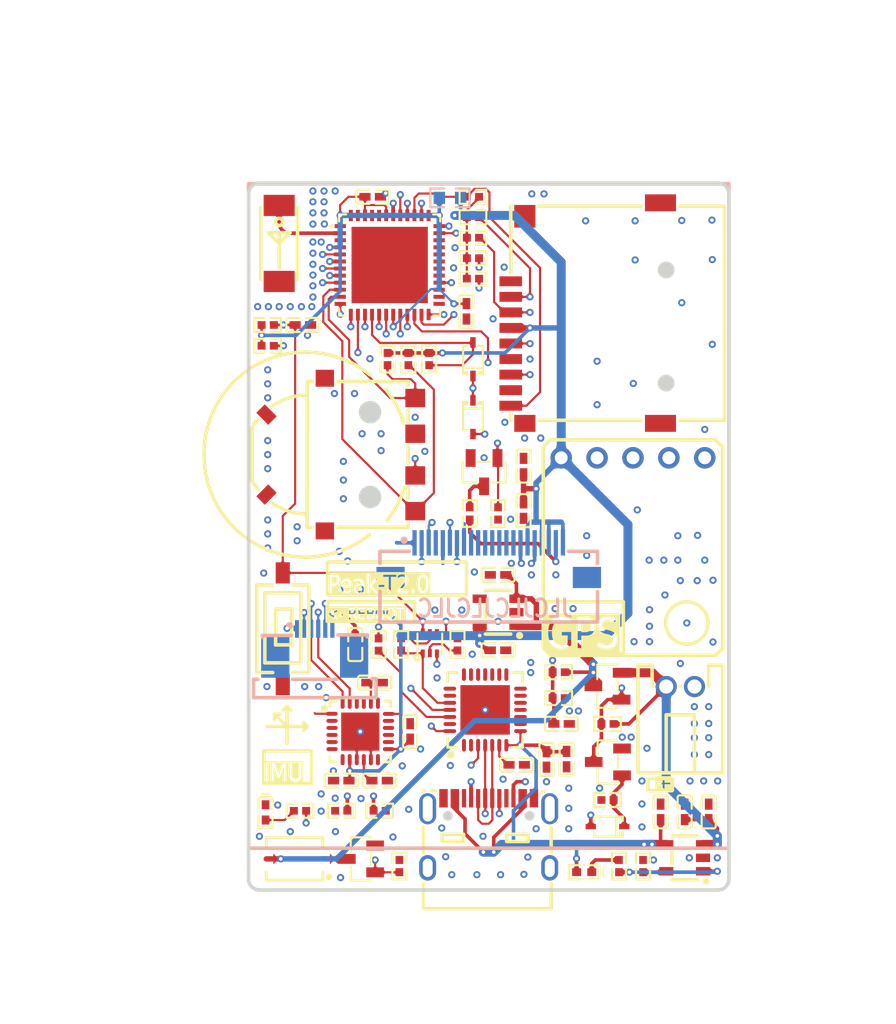
<source format=kicad_pcb>
(kicad_pcb (version 20241229) (generator "pcbnew") (generator_version "9.0")
  (layers (0 "F.Cu" signal "Top Layer") (4 "In1.Cu" signal "Inner1") (6 "In2.Cu" signal "内层2") (2 "B.Cu" signal "Bottom Layer") (13 "F.Paste" user "Top Paste Mask Layer") (15 "B.Paste" user "Bottom Paste Mask Layer") (5 "F.SilkS" user "Top Silkscreen Layer") (7 "B.SilkS" user "Bottom Silkscreen Layer") (1 "F.Mask" user "Top Solder Mask Layer") (3 "B.Mask" user "Bottom Solder Mask Layer") (25 "Edge.Cuts" user "Multi-Layer"))
  (net 0 "")
  (net 1 "3V3A")
  (net 2 "$1N1553")
  (net 3 "GPIO36")
  (net 4 "BAT_DET")
  (net 5 "CHG_DET")
  (net 6 "C-TP_EINT")
  (net 7 "ESP_EN")
  (net 8 "EC_A")
  (net 9 "EC_B")
  (net 10 "C-TP_SDA")
  (net 11 "C-TP_SCL")
  (net 12 "BUZZ")
  (net 13 "GPIO26")
  (net 14 "EC_KEY_DET")
  (net 15 "GPIO14")
  (net 16 "GPIO12")
  (net 17 "GPIO13")
  (net 18 "GPIO15")
  (net 19 "GPIO2")
  (net 20 "BOOT")
  (net 21 "C-TP_REST")
  (net 22 "GPIO9")
  (net 23 "GPIO18")
  (net 24 "GPIO23")
  (net 25 "GPIO19")
  (net 26 "GPIO22")
  (net 27 "CP_TX")
  (net 28 "CP_RX")
  (net 29 "GPIO21")
  (net 30 "GND")
  (net 31 "VCC_3V3")
  (net 32 "DTR")
  (net 33 "$1N5139")
  (net 34 "RTS")
  (net 35 "VUSB")
  (net 36 "$1N19286")
  (net 37 "USB-PWR-DM")
  (net 38 "USB-PWR-DP")
  (net 39 "$1N7819")
  (net 40 "$1N7372")
  (net 41 "$1N9289")
  (net 42 "$1N9028")
  (net 43 "$1N21129")
  (net 44 "VBAT_IN")
  (net 45 "VBAT")
  (net 46 "$1N21545")
  (net 47 "EC_KEY")
  (net 48 "$1N29222")
  (net 49 "$1N31253")
  (net 50 "LCD_LEDK")
  (net 51 "$1N40069")
  (net 52 "$1N49159")
  (net 53 "$1N51577")
  (net 54 "$1N61780")
  (net 55 "$1N85643")
  (footprint "ProPrj_【Peak-T2.0】基于ESP32的2.0英寸触摸屏小终端_2025-07-25:C0402" (layer "F.Cu") (at 139.5605 125.5955)
    (property "Reference" "C15" (hide yes))
    (property "Value" "")
  )
  (footprint "ProPrj_【Peak-T2.0】基于ESP32的2.0英寸触摸屏小终端_2025-07-25:SOD-323F_L2.0-W1.6-LS2.5-RD" (layer "F.Cu") (at 148.8825 99.891 -90)
    (property "Reference" "D2" (hide yes))
    (property "Value" "")
  )
  (footprint "ProPrj_【Peak-T2.0】基于ESP32的2.0英寸触摸屏小终端_2025-07-25:R0402" (layer "F.Cu") (at 142.2785 127.729)
    (property "Reference" "R3" (hide yes))
    (property "Value" "")
  )
  (footprint "ProPrj_【Peak-T2.0】基于ESP32的2.0英寸触摸屏小终端_2025-07-25:QFN-28_L5.0-W5.0-P0.50-BL-EP" (layer "F.Cu") (at 149.746 120.592)
    (property "Reference" "U2" (hide yes))
    (property "Value" "")
  )
  (footprint "ProPrj_【Peak-T2.0】基于ESP32的2.0英寸触摸屏小终端_2025-07-25:C0402" (layer "F.Cu") (at 155.512 124.0715 90)
    (property "Reference" "C1" (hide yes))
    (property "Value" "")
  )
  (footprint "ProPrj_【Peak-T2.0】基于ESP32的2.0英寸触摸屏小终端_2025-07-25:R0402" (layer "F.Cu") (at 148.8825 90.0865 180)
    (property "Reference" "R8" (hide yes))
    (property "Value" "")
  )
  (footprint "ProPrj_【Peak-T2.0】基于ESP32的2.0英寸触摸屏小终端_2025-07-25:CONN-TH_A2001WR-2P" (layer "F.Cu") (at 163.5635 118.941 180)
    (property "Reference" "CN1" (hide yes))
    (property "Value" "")
  )
  (footprint "ProPrj_【Peak-T2.0】基于ESP32的2.0英寸触摸屏小终端_2025-07-25:R0402" (layer "F.Cu") (at 154.953 117.925)
    (property "Reference" "R15" (hide yes))
    (property "Value" "")
  )
  (footprint "ProPrj_【Peak-T2.0】基于ESP32的2.0英寸触摸屏小终端_2025-07-25:R0402" (layer "F.Cu") (at 148.8825 88.6385 180)
    (property "Reference" "R10" (hide yes))
    (property "Value" "")
  )
  (footprint "ProPrj_【Peak-T2.0】基于ESP32的2.0英寸触摸屏小终端_2025-07-25:C0402" (layer "F.Cu") (at 162.1665 127.8055 -90)
    (property "Reference" "C10" (hide yes))
    (property "Value" "")
  )
  (footprint "ProPrj_【Peak-T2.0】基于ESP32的2.0英寸触摸屏小终端_2025-07-25:C0402" (layer "F.Cu") (at 152.464 106.495 90)
    (property "Reference" "C13" (hide yes))
    (property "Value" "")
  )
  (footprint "ProPrj_【Peak-T2.0】基于ESP32的2.0英寸触摸屏小终端_2025-07-25:SOT-23-3_L2.9-W1.3-P1.90-LS2.4-BR" (layer "F.Cu") (at 158.433 124.275)
    (property "Reference" "Q3" (hide yes))
    (property "Value" "")
  )
  (footprint "ProPrj_【Peak-T2.0】基于ESP32的2.0英寸触摸屏小终端_2025-07-25:R0402" (layer "F.Cu") (at 148.8825 84.295)
    (property "Reference" "R12" (hide yes))
    (property "Value" "")
  )
  (footprint "ProPrj_【Peak-T2.0】基于ESP32的2.0英寸触摸屏小终端_2025-07-25:C0402" (layer "F.Cu") (at 140.551 115.969 90)
    (property "Reference" "C19" (hide yes))
    (property "Value" "")
  )
  (footprint "ProPrj_【Peak-T2.0】基于ESP32的2.0英寸触摸屏小终端_2025-07-25:C0402" (layer "F.Cu") (at 142.2785 125.5955 180)
    (property "Reference" "C16" (hide yes))
    (property "Value" "")
  )
  (footprint "ProPrj_【Peak-T2.0】基于ESP32的2.0英寸触摸屏小终端_2025-07-25:C0402" (layer "F.Cu") (at 152.464 103.345 -90)
    (property "Reference" "C14" (hide yes))
    (property "Value" "")
  )
  (footprint "ProPrj_【Peak-T2.0】基于ESP32的2.0英寸触摸屏小终端_2025-07-25:R0402" (layer "F.Cu") (at 142.202 115.969 -90)
    (property "Reference" "R2" (hide yes))
    (property "Value" "")
  )
  (footprint "ProPrj_【Peak-T2.0】基于ESP32的2.0英寸触摸屏小终端_2025-07-25:C0402" (layer "F.Cu") (at 136.843 93.363)
    (property "Reference" "C4" (hide yes))
    (property "Value" "")
  )
  (footprint "ProPrj_【Peak-T2.0】基于ESP32的2.0英寸触摸屏小终端_2025-07-25:C0402" (layer "F.Cu") (at 150.6605 111.0415)
    (property "Reference" "C8" (hide yes))
    (property "Value" "")
  )
  (footprint "ProPrj_【Peak-T2.0】基于ESP32的2.0英寸触摸屏小终端_2025-07-25:SOD-323F_L2.0-W1.6-LS2.5-RD" (layer "F.Cu") (at 158.4075 128.847 180)
    (property "Reference" "D1" (hide yes))
    (property "Value" "")
  )
  (footprint "ProPrj_【Peak-T2.0】基于ESP32的2.0英寸触摸屏小终端_2025-07-25:SOT-23-3_L2.9-W1.3-P1.90-LS2.4-BR" (layer "F.Cu") (at 140.9575 131.133)
    (property "Reference" "Q5" (hide yes))
    (property "Value" "")
  )
  (footprint "ProPrj_【Peak-T2.0】基于ESP32的2.0英寸触摸屏小终端_2025-07-25:QFN-48_L7.0-W7.0-P0.50-BL-EP5.4" (layer "F.Cu") (at 142.9895 89.121 -90)
    (property "Reference" "U1" (hide yes))
    (property "Value" "")
  )
  (footprint "ProPrj_【Peak-T2.0】基于ESP32的2.0英寸触摸屏小终端_2025-07-25:LED0402-RD" (layer "F.Cu") (at 134.201 127.845 -90)
    (property "Reference" "LED2" (hide yes))
    (property "Value" "")
  )
  (footprint "ProPrj_【Peak-T2.0】基于ESP32的2.0英寸触摸屏小终端_2025-07-25:C0402" (layer "F.Cu") (at 154.0895 124.097 90)
    (property "Reference" "C5" (hide yes))
    (property "Value" "")
  )
  (footprint "ProPrj_【Peak-T2.0】基于ESP32的2.0英寸触摸屏小终端_2025-07-25:R0402" (layer "F.Cu") (at 150.6605 106.698 -90)
    (property "Reference" "R21" (hide yes))
    (property "Value" "")
  )
  (footprint "ProPrj_【Peak-T2.0】基于ESP32的2.0英寸触摸屏小终端_2025-07-25:SW-SMD_L6.1-W3.6-LS7.9" (layer "F.Cu") (at 135.4205 114.8515 -90)
    (property "Reference" "SW4" (hide yes))
    (property "Value" "")
  )
  (footprint "ProPrj_【Peak-T2.0】基于ESP32的2.0英寸触摸屏小终端_2025-07-25:R0402" (layer "F.Cu") (at 143.6755 131.641 -90)
    (property "Reference" "R25" (hide yes))
    (property "Value" "")
  )
  (footprint "ProPrj_【Peak-T2.0】基于ESP32的2.0英寸触摸屏小终端_2025-07-25:R0402" (layer "F.Cu") (at 142.837 95.776 -90)
    (property "Reference" "R24" (hide yes))
    (property "Value" "")
  )
  (footprint "ProPrj_【Peak-T2.0】基于ESP32的2.0英寸触摸屏小终端_2025-07-25:LED0402-RD" (layer "F.Cu") (at 156.7565 132.0725 180)
    (property "Reference" "LED1" (hide yes))
    (property "Value" "")
  )
  (footprint "ProPrj_【Peak-T2.0】基于ESP32的2.0英寸触摸屏小终端_2025-07-25:C0402" (layer "F.Cu") (at 151.981 124.478 180)
    (property "Reference" "C6" (hide yes))
    (property "Value" "")
  )
  (footprint "ProPrj_【Peak-T2.0】基于ESP32的2.0英寸触摸屏小终端_2025-07-25:R0402" (layer "F.Cu") (at 144.3105 95.776 -90)
    (property "Reference" "R23" (hide yes))
    (property "Value" "")
  )
  (footprint "ProPrj_【Peak-T2.0】基于ESP32的2.0英寸触摸屏小终端_2025-07-25:C0402" (layer "F.Cu") (at 150.6605 116.3755 180)
    (property "Reference" "C9" (hide yes))
    (property "Value" "")
  )
  (footprint "ProPrj_【Peak-T2.0】基于ESP32的2.0英寸触摸屏小终端_2025-07-25:C0402" (layer "F.Cu") (at 148.425 92.398 -90)
    (property "Reference" "C2" (hide yes))
    (property "Value" "")
  )
  (footprint "ProPrj_【Peak-T2.0】基于ESP32的2.0英寸触摸屏小终端_2025-07-25:C0402" (layer "F.Cu") (at 165.57 127.8055 -90)
    (property "Reference" "C12" (hide yes))
    (property "Value" "")
  )
  (footprint "ProPrj_【Peak-T2.0】基于ESP32的2.0英寸触摸屏小终端_2025-07-25:BEEP_DET402-G-1" (layer "F.Cu") (at 134.252 132.6315)
    (property "Reference" "BUZZ1" (hide yes))
    (property "Value" "")
  )
  (footprint "ProPrj_【Peak-T2.0】基于ESP32的2.0英寸触摸屏小终端_2025-07-25:R0402" (layer "F.Cu") (at 159.22 131.641 90)
    (property "Reference" "R18" (hide yes))
    (property "Value" "")
  )
  (footprint "ProPrj_【Peak-T2.0】基于ESP32的2.0英寸触摸屏小终端_2025-07-25:SOT-23-5_L3.0-W1.7-P0.95-LS2.8-BR" (layer "F.Cu") (at 163.8685 131.0565)
    (property "Reference" "U3" (hide yes))
    (property "Value" "")
  )
  (footprint "ProPrj_【Peak-T2.0】基于ESP32的2.0英寸触摸屏小终端_2025-07-25:R0402" (layer "F.Cu") (at 145.7835 95.776 -90)
    (property "Reference" "R22" (hide yes))
    (property "Value" "")
  )
  (footprint "ProPrj_【Peak-T2.0】基于ESP32的2.0英寸触摸屏小终端_2025-07-25:C0402" (layer "F.Cu") (at 141.923 118.6615)
    (property "Reference" "C18" (hide yes))
    (property "Value" "")
  )
  (footprint "ProPrj_【Peak-T2.0】基于ESP32的2.0英寸触摸屏小终端_2025-07-25:USB-3.1-SMD_U262-161N-4BVC11" (layer "F.Cu") (at 150 129.304)
    (property "Reference" "USB1" (hide yes))
    (property "Value" "")
    (fp_poly (pts (xy -2.542999 -1.264749) (xy -2.56668 -1.353131) (xy -2.61243 -1.432371) (xy -2.677129 -1.49707) (xy -2.756369 -1.54282) (xy -2.844751 -1.566501) (xy -2.936249 -1.566501) (xy -3.024631 -1.54282) (xy -3.103871 -1.49707) (xy -3.16857 -1.432371) (xy -3.21432 -1.353131) (xy -3.238001 -1.264749) (xy -3.238001 -1.173251) (xy -3.21432 -1.084869) (xy -3.16857 -1.005629) (xy -3.103871 -0.94093) (xy -3.024631 -0.89518) (xy -2.936249 -0.871499) (xy -2.844751 -0.871499) (xy -2.756369 -0.89518) (xy -2.677129 -0.94093) (xy -2.61243 -1.005629) (xy -2.56668 -1.084869) (xy -2.542999 -1.173251)) (fill yes) (layer "Edge.Cuts"))
    (fp_poly (pts (xy 3.238001 -1.264749) (xy 3.21432 -1.353131) (xy 3.16857 -1.432371) (xy 3.103871 -1.49707) (xy 3.024631 -1.54282) (xy 2.936249 -1.566501) (xy 2.844751 -1.566501) (xy 2.756369 -1.54282) (xy 2.677129 -1.49707) (xy 2.61243 -1.432371) (xy 2.56668 -1.353131) (xy 2.542999 -1.264749) (xy 2.542999 -1.173251) (xy 2.56668 -1.084869) (xy 2.61243 -1.005629) (xy 2.677129 -0.94093) (xy 2.756369 -0.89518) (xy 2.844751 -0.871499) (xy 2.936249 -0.871499) (xy 3.024631 -0.89518) (xy 3.103871 -0.94093) (xy 3.16857 -1.005629) (xy 3.21432 -1.084869) (xy 3.238001 -1.173251)) (fill yes) (layer "Edge.Cuts"))
  )
  (footprint "ProPrj_【Peak-T2.0】基于ESP32的2.0英寸触摸屏小终端_2025-07-25:R0402" (layer "F.Cu") (at 158.4075 121.5825 180)
    (property "Reference" "R13" (hide yes))
    (property "Value" "")
  )
  (footprint "ProPrj_【Peak-T2.0】基于ESP32的2.0英寸触摸屏小终端_2025-07-25:SW-SMD_SIQ-02FVS3_1" (layer "F.Cu") (at 139.535 102.5325 90)
    (property "Reference" "SW5" (hide yes))
    (property "Value" "")
    (fp_poly (pts (xy 3.795648 1.986586) (xy 3.765052 1.832772) (xy 3.705037 1.687883) (xy 3.617908 1.557485) (xy 3.507015 1.446592) (xy 3.376617 1.359463) (xy 3.231728 1.299448) (xy 3.077914 1.268852) (xy 2.921086 1.268852) (xy 2.767272 1.299448) (xy 2.622383 1.359463) (xy 2.491985 1.446592) (xy 2.381092 1.557485) (xy 2.293963 1.687883) (xy 2.233948 1.832772) (xy 2.203352 1.986586) (xy 2.203352 2.143414) (xy 2.233948 2.297228) (xy 2.293963 2.442117) (xy 2.381092 2.572515) (xy 2.491985 2.683408) (xy 2.622383 2.770537) (xy 2.767272 2.830552) (xy 2.921086 2.861148) (xy 3.077914 2.861148) (xy 3.231728 2.830552) (xy 3.376617 2.770537) (xy 3.507015 2.683408) (xy 3.617908 2.572515) (xy 3.705037 2.442117) (xy 3.765052 2.297228) (xy 3.795648 2.143414)) (fill yes) (layer "Edge.Cuts"))
    (fp_poly (pts (xy -2.203352 1.986586) (xy -2.233948 1.832772) (xy -2.293963 1.687883) (xy -2.381092 1.557485) (xy -2.491985 1.446592) (xy -2.622383 1.359463) (xy -2.767272 1.299448) (xy -2.921086 1.268852) (xy -3.077914 1.268852) (xy -3.231728 1.299448) (xy -3.376617 1.359463) (xy -3.507015 1.446592) (xy -3.617908 1.557485) (xy -3.705037 1.687883) (xy -3.765052 1.832772) (xy -3.795648 1.986586) (xy -3.795648 2.143414) (xy -3.765052 2.297228) (xy -3.705037 2.442117) (xy -3.617908 2.572515) (xy -3.507015 2.683408) (xy -3.376617 2.770537) (xy -3.231728 2.830552) (xy -3.077914 2.861148) (xy -2.921086 2.861148) (xy -2.767272 2.830552) (xy -2.622383 2.770537) (xy -2.491985 2.683408) (xy -2.381092 2.572515) (xy -2.293963 2.442117) (xy -2.233948 2.297228) (xy -2.203352 2.143414)) (fill yes) (layer "Edge.Cuts"))
  )
  (footprint "ProPrj_【Peak-T2.0】基于ESP32的2.0英寸触摸屏小终端_2025-07-25:C0402" (layer "F.Cu") (at 155.156 121.5825 180)
    (property "Reference" "C7" (hide yes))
    (property "Value" "")
  )
  (footprint "ProPrj_【Peak-T2.0】基于ESP32的2.0英寸触摸屏小终端_2025-07-25:SOT-23-3_L2.9-W1.3-P1.90-LS2.4-BR" (layer "F.Cu") (at 149.67 103.777 90)
    (property "Reference" "Q4" (hide yes))
    (property "Value" "")
  )
  (footprint "ProPrj_【Peak-T2.0】基于ESP32的2.0英寸触摸屏小终端_2025-07-25:R0402" (layer "F.Cu") (at 136.6395 127.729 180)
    (property "Reference" "R26" (hide yes))
    (property "Value" "")
  )
  (footprint "ProPrj_【Peak-T2.0】基于ESP32的2.0英寸触摸屏小终端_2025-07-25:C0402" (layer "F.Cu") (at 163.8685 127.8055 -90)
    (property "Reference" "C11" (hide yes))
    (property "Value" "")
  )
  (footprint "ProPrj_【Peak-T2.0】基于ESP32的2.0英寸触摸屏小终端_2025-07-25:R0402" (layer "F.Cu") (at 134.3535 94.836)
    (property "Reference" "R19" (hide yes))
    (property "Value" "")
  )
  (footprint "ProPrj_【Peak-T2.0】基于ESP32的2.0英寸触摸屏小终端_2025-07-25:R0402" (layer "F.Cu") (at 134.3535 93.363 180)
    (property "Reference" "R5" (hide yes))
    (property "Value" "")
  )
  (footprint "ProPrj_【Peak-T2.0】基于ESP32的2.0英寸触摸屏小终端_2025-07-25:SOT-563_L1.6-W1.2-P0.50-LS1.6-BL" (layer "F.Cu") (at 145.8305 115.871)
    (property "Reference" "Q1" (hide yes))
    (property "Value" "")
  )
  (footprint "ProPrj_【Peak-T2.0】基于ESP32的2.0英寸触摸屏小终端_2025-07-25:ANT2051" (layer "F.Cu") (at 135.1665 87.597 -90)
    (property "Reference" "L1" (hide yes))
    (property "Value" "")
  )
  (footprint "ProPrj_【Peak-T2.0】基于ESP32的2.0英寸触摸屏小终端_2025-07-25:TF-SMD_TF-012" (layer "F.Cu") (at 156.858 92.525 90)
    (property "Reference" "CARD1" (hide yes))
    (property "Value" "")
    (fp_poly (pts (xy 3.644871 5.62175) (xy 3.604366 5.470581) (xy 3.526115 5.335048) (xy 3.415452 5.224385) (xy 3.279919 5.146134) (xy 3.12875 5.105629) (xy 2.97225 5.105629) (xy 2.821081 5.146134) (xy 2.685548 5.224385) (xy 2.574885 5.335048) (xy 2.496634 5.470581) (xy 2.456129 5.62175) (xy 2.456129 5.77825) (xy 2.496634 5.929419) (xy 2.574885 6.064952) (xy 2.685548 6.175615) (xy 2.821081 6.253866) (xy 2.97225 6.294371) (xy 3.12875 6.294371) (xy 3.279919 6.253866) (xy 3.415452 6.175615) (xy 3.526115 6.064952) (xy 3.604366 5.929419) (xy 3.644871 5.77825)) (fill yes) (layer "Edge.Cuts"))
    (fp_poly (pts (xy -4.356129 5.62175) (xy -4.396634 5.470581) (xy -4.474885 5.335048) (xy -4.585548 5.224385) (xy -4.721081 5.146134) (xy -4.87225 5.105629) (xy -5.02875 5.105629) (xy -5.179919 5.146134) (xy -5.315452 5.224385) (xy -5.426115 5.335048) (xy -5.504366 5.470581) (xy -5.544871 5.62175) (xy -5.544871 5.77825) (xy -5.504366 5.929419) (xy -5.426115 6.064952) (xy -5.315452 6.175615) (xy -5.179919 6.253866) (xy -5.02875 6.294371) (xy -4.87225 6.294371) (xy -4.721081 6.253866) (xy -4.585548 6.175615) (xy -4.474885 6.064952) (xy -4.396634 5.929419) (xy -4.356129 5.77825)) (fill yes) (layer "Edge.Cuts"))
  )
  (footprint "ProPrj_【Peak-T2.0】基于ESP32的2.0英寸触摸屏小终端_2025-07-25:R0402" (layer "F.Cu") (at 147.7865 115.9565 -90)
    (property "Reference" "R7" (hide yes))
    (property "Value" "")
  )
  (footprint "ProPrj_【Peak-T2.0】基于ESP32的2.0英寸触摸屏小终端_2025-07-25:R0402" (layer "F.Cu") (at 160.922 131.641 90)
    (property "Reference" "R17" (hide yes))
    (property "Value" "")
  )
  (footprint "ProPrj_【Peak-T2.0】基于ESP32的2.0英寸触摸屏小终端_2025-07-25:C0402" (layer "F.Cu") (at 144.4375 122.116 -90)
    (property "Reference" "C17" (hide yes))
    (property "Value" "")
  )
  (footprint "ProPrj_【Peak-T2.0】基于ESP32的2.0英寸触摸屏小终端_2025-07-25:R0402" (layer "F.Cu") (at 148.654 106.698 90)
    (property "Reference" "R20" (hide yes))
    (property "Value" "")
  )
  (footprint "ProPrj_【Peak-T2.0】基于ESP32的2.0英寸触摸屏小终端_2025-07-25:QFN-24_L4.0-W4.0-P0.50-BL-EP2.7" (layer "F.Cu") (at 140.907 122.116 -90)
    (property "Reference" "U4" (hide yes))
    (property "Value" "")
  )
  (footprint "ProPrj_【Peak-T2.0】基于ESP32的2.0英寸触摸屏小终端_2025-07-25:R0402" (layer "F.Cu") (at 143.7985 115.9565 90)
    (property "Reference" "R6" (hide yes))
    (property "Value" "")
  )
  (footprint "ProPrj_【Peak-T2.0】基于ESP32的2.0英寸触摸屏小终端_2025-07-25:R0402" (layer "F.Cu") (at 139.5605 127.729 180)
    (property "Reference" "R4" (hide yes))
    (property "Value" "")
  )
  (footprint "ProPrj_【Peak-T2.0】基于ESP32的2.0英寸触摸屏小终端_2025-07-25:GPS模块 ATGM336H" (layer "F.Cu") (at 155.131 102.761 90)
    (property "Reference" "GPS1" (hide yes))
    (property "Value" "")
  )
  (footprint "ProPrj_【Peak-T2.0】基于ESP32的2.0英寸触摸屏小终端_2025-07-25:C0402" (layer "F.Cu") (at 141.7855 84.295)
    (property "Reference" "C3" (hide yes))
    (property "Value" "")
  )
  (footprint "ProPrj_【Peak-T2.0】基于ESP32的2.0英寸触摸屏小终端_2025-07-25:R0402" (layer "F.Cu") (at 158.4075 126.967)
    (property "Reference" "R14" (hide yes))
    (property "Value" "")
  )
  (footprint "ProPrj_【Peak-T2.0】基于ESP32的2.0英寸触摸屏小终端_2025-07-25:R0402" (layer "F.Cu") (at 154.953 119.7535 180)
    (property "Reference" "R16" (hide yes))
    (property "Value" "")
  )
  (footprint "ProPrj_【Peak-T2.0】基于ESP32的2.0英寸触摸屏小终端_2025-07-25:SOT-23-5_L3.0-W1.7-P0.95-LS2.8-BR" (layer "F.Cu") (at 150.6605 113.683)
    (property "Reference" "LDO1" (hide yes))
    (property "Value" "")
  )
  (footprint "ProPrj_【Peak-T2.0】基于ESP32的2.0英寸触摸屏小终端_2025-07-25:R0402" (layer "F.Cu") (at 148.8825 87.191 180)
    (property "Reference" "R9" (hide yes))
    (property "Value" "")
  )
  (footprint "ProPrj_【Peak-T2.0】基于ESP32的2.0英寸触摸屏小终端_2025-07-25:SOD-323F_L2.0-W1.6-LS2.5-RD" (layer "F.Cu") (at 148.8825 95.776 90)
    (property "Reference" "D3" (hide yes))
    (property "Value" "")
  )
  (footprint "ProPrj_【Peak-T2.0】基于ESP32的2.0英寸触摸屏小终端_2025-07-25:R0402" (layer "F.Cu") (at 148.8825 85.743 180)
    (property "Reference" "R11" (hide yes))
    (property "Value" "")
  )
  (footprint "ProPrj_【Peak-T2.0】基于ESP32的2.0英寸触摸屏小终端_2025-07-25:SOT-23-3_L2.9-W1.3-P1.90-LS2.4-BR" (layer "F.Cu") (at 158.4075 118.9155)
    (property "Reference" "Q2" (hide yes))
    (property "Value" "")
  )
  (footprint "ProPrj_【Peak-T2.0】基于ESP32的2.0英寸触摸屏小终端_2025-07-25:LCD液晶屏-2.0寸-22PIN" (layer "B.Cu") (at 150 110 180)
    (property "Reference" "LCD1" (hide yes))
    (property "Value" "")
  )
  (footprint "ProPrj_【Peak-T2.0】基于ESP32的2.0英寸触摸屏小终端_2025-07-25:R0603" (layer "B.Cu") (at 147.257 84.3715)
    (property "Reference" "R1" (hide yes))
    (property "Value" "")
  )
  (footprint "ProPrj_【Peak-T2.0】基于ESP32的2.0英寸触摸屏小终端_2025-07-25:2.0寸电容屏" (layer "B.Cu") (at 137.681 115.842 180)
    (property "Reference" "FPC1" (hide yes))
    (property "Value" "")
  )
  (gr_line (start 134.8615 120.8965) (end 134.836 120.8965) (stroke (width 0.254)) (layer "F.SilkS"))
  (gr_line (start 134.303 121.76) (end 137.173 121.76) (stroke (width 0.254)) (layer "F.SilkS"))
  (gr_line (start 144.742 112.9465) (end 138.57 112.9465) (stroke (width 0.254)) (layer "F.SilkS"))
  (gr_line (start 162.997 125.461) (end 162.9795 125.443) (stroke (width 0.254)) (layer "F.SilkS"))
  (gr_line (start 161.2785 125.443) (end 161.2785 126.282) (stroke (width 0.254)) (layer "F.SilkS"))
  (gr_line (start 135.725 122.954) (end 135.725 120.338) (stroke (width 0.254)) (layer "F.SilkS"))
  (gr_line (start 162.964 126.307) (end 162.997 126.2735) (stroke (width 0.254)) (layer "F.SilkS"))
  (gr_line (start 138.5955 110.127) (end 148.425 110.127) (stroke (width 0.254)) (layer "F.SilkS"))
  (gr_line (start 135.725 120.338) (end 136.0045 120.617) (stroke (width 0.254)) (layer "F.SilkS"))
  (gr_line (start 138.5955 112.464) (end 138.5955 110.127) (stroke (width 0.254)) (layer "F.SilkS"))
  (gr_line (start 159.525 116.5695) (end 159.4995 116.595) (stroke (width 0.254)) (layer "F.SilkS"))
  (gr_line (start 162.997 126.2735) (end 162.997 125.461) (stroke (width 0.254)) (layer "F.SilkS"))
  (gr_line (start 161.303 126.307) (end 162.964 126.307) (stroke (width 0.254)) (layer "F.SilkS"))
  (gr_line (start 134.074 125.799) (end 134.074 123.4875) (stroke (width 0.254)) (layer "F.SilkS"))
  (gr_line (start 162.9795 125.443) (end 161.2785 125.443) (stroke (width 0.254)) (layer "F.SilkS"))
  (gr_line (start 148.425 112.464) (end 138.5955 112.464) (stroke (width 0.254)) (layer "F.SilkS"))
  (gr_line (start 154.064 116.2485) (end 154.4105 116.595) (stroke (width 0.254)) (layer "F.SilkS"))
  (gr_line (start 135.725 120.338) (end 135.446 120.617) (stroke (width 0.254)) (layer "F.SilkS"))
  (gr_line (start 134.074 123.4875) (end 137.4525 123.4875) (stroke (width 0.254)) (layer "F.SilkS"))
  (gr_line (start 135.725 121.76) (end 134.8615 120.8965) (stroke (width 0.254)) (layer "F.SilkS"))
  (gr_line (start 138.57 112.9465) (end 138.57 114.318) (stroke (width 0.254)) (layer "F.SilkS"))
  (gr_line (start 144.742 114.318) (end 144.742 112.9465) (stroke (width 0.254)) (layer "F.SilkS"))
  (gr_line (start 138.57 114.318) (end 144.742 114.318) (stroke (width 0.254)) (layer "F.SilkS"))
  (gr_line (start 148.425 110.127) (end 148.425 112.464) (stroke (width 0.254)) (layer "F.SilkS"))
  (gr_line (start 153.861 112.9465) (end 154.064 113.1495) (stroke (width 0.254)) (layer "F.SilkS"))
  (gr_line (start 154.4105 116.595) (end 159.4995 116.595) (stroke (width 0.254)) (layer "F.SilkS"))
  (gr_line (start 159.525 112.9465) (end 159.525 116.5695) (stroke (width 0.254)) (layer "F.SilkS"))
  (gr_line (start 161.2785 126.282) (end 161.303 126.307) (stroke (width 0.254)) (layer "F.SilkS"))
  (gr_line (start 154.0385 112.9465) (end 153.861 112.9465) (stroke (width 0.254)) (layer "F.SilkS"))
  (gr_line (start 154.064 113.1495) (end 154.064 116.2485) (stroke (width 0.254)) (layer "F.SilkS"))
  (gr_line (start 137.173 121.76) (end 136.8935 122.0395) (stroke (width 0.254)) (layer "F.SilkS"))
  (gr_line (start 137.173 121.76) (end 136.8935 121.481) (stroke (width 0.254)) (layer "F.SilkS"))
  (gr_line (start 134.8615 120.8965) (end 135.26 120.8965) (stroke (width 0.254)) (layer "F.SilkS"))
  (gr_line (start 134.836 120.8965) (end 134.836 121.301) (stroke (width 0.254)) (layer "F.SilkS"))
  (gr_line (start 137.4525 125.799) (end 134.074 125.799) (stroke (width 0.254)) (layer "F.SilkS"))
  (gr_line (start 137.4525 123.4875) (end 137.4525 125.799) (stroke (width 0.254)) (layer "F.SilkS"))
  (gr_line (start 154.0385 112.9465) (end 159.525 112.9465) (stroke (width 0.254)) (layer "F.SilkS"))
  (gr_arc (start 133.762001 133.33) (mid 133.223185 133.106815) (end 133 132.567998) (stroke (width 0.254)) (layer "Edge.Cuts"))
  (gr_line (start 167 132.568) (end 167 84.092) (stroke (width 0.254)) (layer "Edge.Cuts"))
  (gr_arc (start 133 84.092001) (mid 133.223185 83.553185) (end 133.762002 83.33) (stroke (width 0.254)) (layer "Edge.Cuts"))
  (gr_line (start 133.762001 133.33) (end 166.238 133.33) (stroke (width 0.254)) (layer "Edge.Cuts"))
  (gr_line (start 133 84.092001) (end 133 132.567998) (stroke (width 0.254)) (layer "Edge.Cuts"))
  (gr_arc (start 166.238 83.33) (mid 166.776815 83.553185) (end 167 84.092) (stroke (width 0.254)) (layer "Edge.Cuts"))
  (gr_arc (start 167 132.568) (mid 166.776815 133.106815) (end 166.238 133.33) (stroke (width 0.254)) (layer "Edge.Cuts"))
  (gr_line (start 166.238 83.33) (end 133.762002 83.33) (stroke (width 0.254)) (layer "Edge.Cuts"))
  (gr_text "+" (at 163.03 126.332 90) (layer "F.SilkS" knockout) (effects (font (size 1.067 0.9145) (thickness 0.254)) (justify left bottom)))
  (gr_text "IMU" (at 134.049 125.8495 0) (layer "F.SilkS" knockout) (effects (font (size 1.2445 1.067) (thickness 0.254)) (justify left bottom)))
  (gr_text "<- REBOOT" (at 138.57 114.318 0) (layer "F.SilkS" knockout) (effects (font (size 0.8 0.686) (thickness 0.254)) (justify left bottom)))
  (gr_text "GPS" (at 154.064 116.5785 0) (layer "F.SilkS" knockout) (effects (font (size 2.1335 1.829) (thickness 0.254)) (justify left bottom)))
  (gr_text "Peak-T2.0" (at 138.5955 112.5145 0) (layer "F.SilkS" knockout) (effects (font (size 1.2445 1.067) (thickness 0.254)) (justify left bottom)))
  (gr_text "JLCJLCJLCJLC" (at 156.0705 114.14 360) (layer "B.SilkS") (effects (font (size 1.2445 1.067) (thickness 0.203)) (justify left bottom mirror)))
  (segment (start 138.748 87.8765) (end 139.4845 87.8765) (width 0.1525) (layer "F.Cu") (net 1))
  (segment (start 133.922 94.0995) (end 133.922 93.363) (width 0.1525) (layer "F.Cu") (net 1))
  (segment (start 142.6085 84.8795) (end 141.2535 84.8795) (width 0.1525) (layer "F.Cu") (net 1))
  (segment (start 139.4845 87.8765) (end 139.4895 87.8715) (width 0.1525) (layer "F.Cu") (net 1))
  (segment (start 143.2385 93.49) (end 143.2385 92.6215) (width 0.1525) (layer "F.Cu") (net 1))
  (segment (start 139.4845 84.8795) (end 140.0685 84.295) (width 0.1525) (layer "F.Cu") (net 1))
  (segment (start 139.4845 85.616) (end 139.4845 86.3655) (width 0.1525) (layer "F.Cu") (net 1))
  (segment (start 133.922 94.0995) (end 133.922 94.836) (width 0.1525) (layer "F.Cu") (net 1))
  (segment (start 141.2395 85.621) (end 141.2395 84.8935) (width 0.1525) (layer "F.Cu") (net 1))
  (segment (start 140.0685 84.295) (end 141.2395 84.295) (width 0.1525) (layer "F.Cu") (net 1))
  (segment (start 141.2395 84.8935) (end 141.2395 84.295) (width 0.1525) (layer "F.Cu") (net 1))
  (segment (start 148.4125 91.8645) (end 148.425 91.8515) (width 0.1525) (layer "F.Cu") (net 1))
  (segment (start 142.7405 85.0115) (end 142.6085 84.8795) (width 0.1525) (layer "F.Cu") (net 1))
  (segment (start 146.4895 85.621) (end 146.495 85.616) (width 0.1525) (layer "F.Cu") (net 1))
  (segment (start 145.7405 85.621) (end 146.4895 85.621) (width 0.1525) (layer "F.Cu") (net 1))
  (segment (start 142.7405 85.621) (end 142.7405 85.0115) (width 0.1525) (layer "F.Cu") (net 1))
  (segment (start 141.2535 84.8795) (end 141.2395 84.8935) (width 0.1525) (layer "F.Cu") (net 1))
  (segment (start 147.536 91.8645) (end 148.4125 91.8645) (width 0.1525) (layer "F.Cu") (net 1))
  (segment (start 139.4895 87.371) (end 139.4895 87.8715) (width 0.1525) (layer "F.Cu") (net 1))
  (segment (start 139.4845 85.616) (end 139.4845 84.8795) (width 0.1525) (layer "F.Cu") (net 1))
  (via (at 138.748 87.8765) (size 0.508) (drill 0.254) (layers "F.Cu" "B.Cu") (net 1))
  (via (at 133.922 94.0995) (size 0.508) (drill 0.254) (layers "F.Cu" "B.Cu") (net 1))
  (via (at 146.495 85.616) (size 0.508) (drill 0.254) (layers "F.Cu" "B.Cu") (net 1))
  (via (at 139.4845 85.616) (size 0.508) (drill 0.254) (layers "F.Cu" "B.Cu") (net 1))
  (via (at 147.536 91.8645) (size 0.508) (drill 0.254) (layers "F.Cu" "B.Cu") (net 1))
  (via (at 143.2385 93.49) (size 0.508) (drill 0.254) (layers "F.Cu" "B.Cu") (net 1))
  (arc (start 139.4845 86.3655) (mid 139.485964 86.369036) (end 139.4895 86.3705) (width 0.1525) (layer "F.Cu") (net 1))
  (segment (start 133.922 94.0995) (end 136.36 94.0995) (width 0.254) (layer "B.Cu") (net 1))
  (segment (start 139.4845 90.9755) (end 139.4845 87.8765) (width 0.254) (layer "B.Cu") (net 1))
  (segment (start 145.9055 90.823) (end 146.495 90.823) (width 0.1525) (layer "B.Cu") (net 1))
  (segment (start 136.36 94.0995) (end 139.4845 90.9755) (width 0.254) (layer "B.Cu") (net 1))
  (segment (start 146.495 85.616) (end 146.5025 85.6085) (width 0.254) (layer "B.Cu") (net 1))
  (segment (start 146.5025 85.6085) (end 146.5025 84.3715) (width 0.254) (layer "B.Cu") (net 1))
  (segment (start 146.495 85.616) (end 146.495 90.823) (width 0.381) (layer "B.Cu") (net 1))
  (segment (start 138.748 87.8765) (end 139.4845 87.8765) (width 0.1525) (layer "B.Cu") (net 1))
  (segment (start 146.495 90.823) (end 147.536 91.8645) (width 0.1525) (layer "B.Cu") (net 1))
  (segment (start 143.2385 93.49) (end 145.9055 90.823) (width 0.1525) (layer "B.Cu") (net 1))
  (segment (start 139.4845 85.616) (end 139.4845 87.8765) (width 0.381) (layer "B.Cu") (net 1))
  (segment (start 146.495 85.616) (end 139.4845 85.616) (width 0.381) (layer "B.Cu") (net 1))
  (segment (start 139.4895 86.871) (end 135.913 86.871) (width 0.254) (layer "F.Cu") (net 2))
  (segment (start 135.1665 86.124) (end 135.1665 84.9075) (width 0.254) (layer "F.Cu") (net 2))
  (arc (start 135.913 86.871) (mid 135.384791 86.652209) (end 135.1665 86.124) (width 0.254) (layer "F.Cu") (net 2))
  (segment (start 138.24 88.372) (end 139.4895 88.372) (width 0.1525) (layer "F.Cu") (net 3))
  (via (at 138.24 88.372) (size 0.508) (drill 0.254) (layers "F.Cu" "B.Cu") (net 3))
  (segment (start 154.61 121.5825) (end 154.61 119.8425) (width 0.254) (layer "F.Cu") (net 4))
  (segment (start 154.61 119.8425) (end 154.521 119.7535) (width 0.254) (layer "F.Cu") (net 4))
  (segment (start 154.521 117.925) (end 154.521 119.7535) (width 0.254) (layer "F.Cu") (net 4))
  (segment (start 138.748 88.8725) (end 139.4895 88.8725) (width 0.254) (layer "F.Cu") (net 4))
  (segment (start 154.521 117.0865) (end 154.521 117.925) (width 0.254) (layer "F.Cu") (net 4))
  (via (at 138.748 88.8725) (size 0.508) (drill 0.254) (layers "F.Cu" "B.Cu") (net 4))
  (via (at 154.521 117.0865) (size 0.508) (drill 0.254) (layers "F.Cu" "B.Cu") (net 4))
  (segment (start 138.24 89.37) (end 139.4895 89.37) (width 0.1525) (layer "F.Cu") (net 5))
  (segment (start 166.18 132.0065) (end 165.169 132.0065) (width 0.254) (layer "F.Cu") (net 5))
  (segment (start 159.957 132.0725) (end 159.22 132.0725) (width 0.254) (layer "F.Cu") (net 5))
  (segment (start 135.471 94.836) (end 134.7855 94.836) (width 0.1525) (layer "F.Cu") (net 5))
  (via (at 135.471 94.836) (size 0.508) (drill 0.254) (layers "F.Cu" "B.Cu") (net 5))
  (via (at 159.957 132.0725) (size 0.508) (drill 0.254) (layers "F.Cu" "B.Cu") (net 5))
  (via (at 138.24 89.37) (size 0.508) (drill 0.254) (layers "F.Cu" "B.Cu") (net 5))
  (via (at 166.18 132.0065) (size 0.508) (drill 0.254) (layers "F.Cu" "B.Cu") (net 5))
  (segment (start 166.114 132.0725) (end 166.18 132.0065) (width 0.254) (layer "B.Cu") (net 5))
  (segment (start 159.957 132.0725) (end 166.114 132.0725) (width 0.254) (layer "B.Cu") (net 5))
  (segment (start 138.748 89.8705) (end 139.4895 89.8705) (width 0.1525) (layer "F.Cu") (net 6))
  (via (at 138.431 113.0735) (size 0.508) (drill 0.254) (layers "F.Cu" "B.Cu") (net 6))
  (via (at 138.748 89.8705) (size 0.508) (drill 0.254) (layers "F.Cu" "B.Cu") (net 6))
  (segment (start 138.431 113.0735) (end 138.431 114.866) (width 0.1525) (layer "B.Cu") (net 6))
  (segment (start 134.7855 93.363) (end 135.471 93.363) (width 0.1525) (layer "F.Cu") (net 7))
  (segment (start 141.914 110.9015) (end 135.4205 110.9015) (width 0.1525) (layer "F.Cu") (net 7))
  (segment (start 145.33 114.318) (end 141.914 110.9015) (width 0.1525) (layer "F.Cu") (net 7))
  (segment (start 135.4205 106.876) (end 136.2965 105.9995) (width 0.1525) (layer "F.Cu") (net 7))
  (segment (start 135.4205 110.9015) (end 135.4205 106.876) (width 0.1525) (layer "F.Cu") (net 7))
  (segment (start 135.471 93.363) (end 136.2965 93.363) (width 0.1525) (layer "F.Cu") (net 7))
  (segment (start 136.2965 93.363) (end 136.2965 105.9995) (width 0.1525) (layer "F.Cu") (net 7))
  (segment (start 138.24 90.371) (end 139.4895 90.371) (width 0.1525) (layer "F.Cu") (net 7))
  (segment (start 145.33 114.318) (end 145.33 115.15) (width 0.1525) (layer "F.Cu") (net 7))
  (via (at 135.471 93.363) (size 0.508) (drill 0.254) (layers "F.Cu" "B.Cu") (net 7))
  (via (at 145.33 114.318) (size 0.508) (drill 0.254) (layers "F.Cu" "B.Cu") (net 7))
  (via (at 138.24 90.371) (size 0.508) (drill 0.254) (layers "F.Cu" "B.Cu") (net 7))
  (segment (start 146.114 105.25) (end 144.831 106.533) (width 0.1525) (layer "F.Cu") (net 8))
  (segment (start 138.2905 93.16) (end 139.637 94.506) (width 0.1525) (layer "F.Cu") (net 8))
  (segment (start 138.2905 91.331) (end 138.2905 93.16) (width 0.1525) (layer "F.Cu") (net 8))
  (segment (start 138.7505 90.8715) (end 138.2905 91.331) (width 0.1525) (layer "F.Cu") (net 8))
  (segment (start 139.4895 90.8715) (end 138.7505 90.8715) (width 0.1525) (layer "F.Cu") (net 8))
  (segment (start 144.3105 96.208) (end 144.3865 96.208) (width 0.1525) (layer "F.Cu") (net 8))
  (segment (start 144.3865 96.208) (end 146.114 97.935) (width 0.1525) (layer "F.Cu") (net 8))
  (segment (start 139.637 94.506) (end 139.637 101.44) (width 0.1525) (layer "F.Cu") (net 8))
  (segment (start 146.114 97.935) (end 146.114 105.25) (width 0.1525) (layer "F.Cu") (net 8))
  (segment (start 139.637 101.44) (end 144.7295 106.533) (width 0.1525) (layer "F.Cu") (net 8))
  (segment (start 144.831 106.533) (end 144.7295 106.533) (width 0.1525) (layer "F.Cu") (net 8))
  (segment (start 140.1195 95.6235) (end 143.0275 98.532) (width 0.1525) (layer "F.Cu") (net 9))
  (segment (start 144.798 97.5085) (end 144.798 98.532) (width 0.1525) (layer "F.Cu") (net 9))
  (segment (start 142.837 96.208) (end 142.837 96.843) (width 0.1525) (layer "F.Cu") (net 9))
  (segment (start 138.834 91.3715) (end 138.6715 91.534) (width 0.1525) (layer "F.Cu") (net 9))
  (segment (start 140.1195 94.43) (end 138.6715 92.982) (width 0.1525) (layer "F.Cu") (net 9))
  (segment (start 143.193 97.1985) (end 144.488 97.1985) (width 0.1525) (layer "F.Cu") (net 9))
  (segment (start 139.4895 91.3715) (end 138.834 91.3715) (width 0.1525) (layer "F.Cu") (net 9))
  (segment (start 144.488 97.1985) (end 144.798 97.5085) (width 0.1525) (layer "F.Cu") (net 9))
  (segment (start 143.0275 98.532) (end 144.798 98.532) (width 0.1525) (layer "F.Cu") (net 9))
  (segment (start 138.6715 91.534) (end 138.6715 92.982) (width 0.1525) (layer "F.Cu") (net 9))
  (segment (start 142.837 96.843) (end 143.193 97.1985) (width 0.1525) (layer "F.Cu") (net 9))
  (segment (start 140.1195 94.43) (end 140.1195 95.6235) (width 0.1525) (layer "F.Cu") (net 9))
  (segment (start 137.431 117.065) (end 139.657 119.2915) (width 0.1525) (layer "F.Cu") (net 10))
  (segment (start 139.4895 92.601) (end 139.4895 91.872) (width 0.1525) (layer "F.Cu") (net 10))
  (segment (start 137.431 113.0735) (end 137.431 117.065) (width 0.1525) (layer "F.Cu") (net 10))
  (segment (start 139.657 119.2915) (end 139.657 120.117) (width 0.1525) (layer "F.Cu") (net 10))
  (via (at 137.431 113.0735) (size 0.508) (drill 0.254) (layers "F.Cu" "B.Cu") (net 10))
  (via (at 139.4895 92.601) (size 0.508) (drill 0.254) (layers "F.Cu" "B.Cu") (net 10))
  (segment (start 137.431 113.0735) (end 137.431 114.866) (width 0.1525) (layer "B.Cu") (net 10))
  (segment (start 140.239 93.49) (end 140.239 92.6215) (width 0.1525) (layer "F.Cu") (net 11))
  (segment (start 140.1575 119.0805) (end 140.1575 120.117) (width 0.1525) (layer "F.Cu") (net 11))
  (segment (start 137.931 116.854) (end 140.1575 119.0805) (width 0.1525) (layer "F.Cu") (net 11))
  (segment (start 137.931 113.683) (end 137.931 116.854) (width 0.1525) (layer "F.Cu") (net 11))
  (via (at 140.239 93.49) (size 0.508) (drill 0.254) (layers "F.Cu" "B.Cu") (net 11))
  (via (at 137.931 113.683) (size 0.508) (drill 0.254) (layers "F.Cu" "B.Cu") (net 11))
  (segment (start 137.931 113.683) (end 137.931 114.866) (width 0.1525) (layer "B.Cu") (net 11))
  (segment (start 140.739 92.6215) (end 140.739 95.319) (width 0.1525) (layer "F.Cu") (net 12))
  (segment (start 143.665 132.083) (end 143.6755 132.0725) (width 0.1525) (layer "F.Cu") (net 12))
  (segment (start 141.9585 132.083) (end 143.665 132.083) (width 0.1525) (layer "F.Cu") (net 12))
  (segment (start 141.9585 131.209) (end 141.9585 132.083) (width 0.1525) (layer "F.Cu") (net 12))
  (via (at 141.9585 131.209) (size 0.508) (drill 0.254) (layers "F.Cu" "B.Cu") (net 12))
  (via (at 140.739 95.319) (size 0.508) (drill 0.254) (layers "F.Cu" "B.Cu") (net 12))
  (via (at 163.386 110) (size 0.508) (drill 0.254) (layers "F.Cu" "B.Cu") (net 12))
  (segment (start 149.314 90.0865) (end 149.314 90.747) (width 0.1525) (layer "F.Cu") (net 13))
  (segment (start 152.921 96.876) (end 151.557 96.876) (width 0.1525) (layer "F.Cu") (net 13))
  (segment (start 141.2395 93.49) (end 141.2395 92.6215) (width 0.1525) (layer "F.Cu") (net 13))
  (via (at 152.921 96.876) (size 0.508) (drill 0.254) (layers "F.Cu" "B.Cu") (net 13))
  (via (at 141.2395 93.49) (size 0.508) (drill 0.254) (layers "F.Cu" "B.Cu") (net 13))
  (via (at 149.314 90.747) (size 0.508) (drill 0.254) (layers "F.Cu" "B.Cu") (net 13))
  (segment (start 148.1205 96.208) (end 145.7835 96.208) (width 0.1525) (layer "F.Cu") (net 14))
  (segment (start 148.8825 95.446) (end 148.1205 96.208) (width 0.1525) (layer "F.Cu") (net 14))
  (segment (start 141.74 92.6215) (end 141.74 94.069) (width 0.1525) (layer "F.Cu") (net 14))
  (segment (start 142.304 94.633) (end 148.8405 94.633) (width 0.1525) (layer "F.Cu") (net 14))
  (segment (start 141.74 94.069) (end 142.304 94.633) (width 0.1525) (layer "F.Cu") (net 14))
  (segment (start 148.8405 94.633) (end 148.8825 94.591) (width 0.1525) (layer "F.Cu") (net 14))
  (segment (start 148.8825 94.591) (end 148.8825 95.446) (width 0.1525) (layer "F.Cu") (net 14))
  (segment (start 152.911 94.6735) (end 151.557 94.6735) (width 0.1525) (layer "F.Cu") (net 15))
  (segment (start 149.314 89.299) (end 149.314 88.6385) (width 0.1525) (layer "F.Cu") (net 15))
  (segment (start 142.2405 93.49) (end 142.2405 92.6215) (width 0.1525) (layer "F.Cu") (net 15))
  (segment (start 152.921 94.684) (end 152.911 94.6735) (width 0.1525) (layer "F.Cu") (net 15))
  (via (at 152.921 94.684) (size 0.508) (drill 0.254) (layers "F.Cu" "B.Cu") (net 15))
  (via (at 149.314 89.299) (size 0.508) (drill 0.254) (layers "F.Cu" "B.Cu") (net 15))
  (via (at 142.2405 93.49) (size 0.508) (drill 0.254) (layers "F.Cu" "B.Cu") (net 15))
  (segment (start 150.6605 102.817) (end 150.62 102.776) (width 0.1525) (layer "F.Cu") (net 16))
  (segment (start 150.6605 106.266) (end 150.6605 102.817) (width 0.1525) (layer "F.Cu") (net 16))
  (segment (start 142.7405 92.6215) (end 142.7405 93.998) (width 0.1525) (layer "F.Cu") (net 16))
  (segment (start 150.62 101.7195) (end 150.62 102.776) (width 0.1525) (layer "F.Cu") (net 16))
  (via (at 145.479 102.304) (size 0.508) (drill 0.254) (layers "F.Cu" "B.Cu") (net 16))
  (via (at 142.7405 93.998) (size 0.508) (drill 0.254) (layers "F.Cu" "B.Cu") (net 16))
  (via (at 150.62 101.7195) (size 0.508) (drill 0.254) (layers "F.Cu" "B.Cu") (net 16))
  (segment (start 149.314 87.191) (end 149.365 87.191) (width 0.1525) (layer "F.Cu") (net 17))
  (segment (start 151.1175 92.474) (end 151.557 92.474) (width 0.1525) (layer "F.Cu") (net 17))
  (segment (start 150.381 88.207) (end 150.381 91.7375) (width 0.1525) (layer "F.Cu") (net 17))
  (segment (start 149.365 87.191) (end 150.381 88.207) (width 0.1525) (layer "F.Cu") (net 17))
  (segment (start 143.739 92.6215) (end 143.739 93.998) (width 0.1525) (layer "F.Cu") (net 17))
  (segment (start 152.921 92.474) (end 151.557 92.474) (width 0.1525) (layer "F.Cu") (net 17))
  (segment (start 150.381 91.7375) (end 151.1175 92.474) (width 0.1525) (layer "F.Cu") (net 17))
  (via (at 152.921 92.474) (size 0.508) (drill 0.254) (layers "F.Cu" "B.Cu") (net 17))
  (via (at 143.739 93.998) (size 0.508) (drill 0.254) (layers "F.Cu" "B.Cu") (net 17))
  (segment (start 144.2395 93.49) (end 144.2395 92.6215) (width 0.1525) (layer "F.Cu") (net 18))
  (segment (start 149.314 85.743) (end 152.921 89.35) (width 0.1525) (layer "F.Cu") (net 18))
  (segment (start 152.921 89.35) (end 152.921 91.374) (width 0.1525) (layer "F.Cu") (net 18))
  (segment (start 152.921 91.374) (end 151.557 91.374) (width 0.1525) (layer "F.Cu") (net 18))
  (via (at 144.2395 93.49) (size 0.508) (drill 0.254) (layers "F.Cu" "B.Cu") (net 18))
  (via (at 152.921 91.374) (size 0.508) (drill 0.254) (layers "F.Cu" "B.Cu") (net 18))
  (segment (start 149.949 94.303) (end 149.949 96.03) (width 0.1525) (layer "F.Cu") (net 19))
  (segment (start 149.4665 93.82) (end 149.949 94.303) (width 0.1525) (layer "F.Cu") (net 19))
  (segment (start 144.7395 93.2845) (end 145.2755 93.82) (width 0.1525) (layer "F.Cu") (net 19))
  (segment (start 145.2755 93.82) (end 149.4665 93.82) (width 0.1525) (layer "F.Cu") (net 19))
  (segment (start 144.7395 92.6215) (end 144.7395 93.2845) (width 0.1525) (layer "F.Cu") (net 19))
  (via (at 149.949 96.03) (size 0.508) (drill 0.254) (layers "F.Cu" "B.Cu") (net 19))
  (via (at 147.75 110.1015) (size 0.508) (drill 0.254) (layers "F.Cu" "B.Cu") (net 19))
  (segment (start 147.75 110.1015) (end 147.75 108.775) (width 0.1525) (layer "B.Cu") (net 19))
  (segment (start 146.825 93.3375) (end 147.536 92.6265) (width 0.1525) (layer "F.Cu") (net 20))
  (segment (start 146.331 117.366) (end 146.331 116.5925) (width 0.1525) (layer "F.Cu") (net 20))
  (segment (start 145.24 92.6215) (end 145.24 93.175) (width 0.1525) (layer "F.Cu") (net 20))
  (segment (start 145.24 93.175) (end 145.4025 93.3375) (width 0.1525) (layer "F.Cu") (net 20))
  (segment (start 145.4025 93.3375) (end 146.825 93.3375) (width 0.1525) (layer "F.Cu") (net 20))
  (via (at 146.331 117.366) (size 0.508) (drill 0.254) (layers "F.Cu" "B.Cu") (net 20))
  (via (at 147.536 92.6265) (size 0.508) (drill 0.254) (layers "F.Cu" "B.Cu") (net 20))
  (via (at 161.354 110) (size 0.508) (drill 0.254) (layers "F.Cu" "B.Cu") (net 20))
  (segment (start 146.825 92.6265) (end 145.7455 92.6265) (width 0.1525) (layer "F.Cu") (net 21))
  (segment (start 145.7455 92.6265) (end 145.7405 92.6215) (width 0.1525) (layer "F.Cu") (net 21))
  (via (at 136.931 113.7085) (size 0.508) (drill 0.254) (layers "F.Cu" "B.Cu") (net 21))
  (via (at 146.825 92.6265) (size 0.508) (drill 0.254) (layers "F.Cu" "B.Cu") (net 21))
  (via (at 145.987 107.333) (size 0.508) (drill 0.254) (layers "F.Cu" "B.Cu") (net 21))
  (segment (start 145.75 107.57) (end 145.75 108.775) (width 0.1525) (layer "B.Cu") (net 21))
  (segment (start 145.987 107.333) (end 145.75 107.57) (width 0.1525) (layer "B.Cu") (net 21))
  (segment (start 136.931 113.7085) (end 136.931 114.866) (width 0.1525) (layer "B.Cu") (net 21))
  (segment (start 137.0715 128.593) (end 137.0715 127.729) (width 0.1525) (layer "F.Cu") (net 22))
  (segment (start 147.3585 90.371) (end 146.4895 90.371) (width 0.1525) (layer "F.Cu") (net 22))
  (via (at 137.0715 128.593) (size 0.508) (drill 0.254) (layers "F.Cu" "B.Cu") (net 22))
  (via (at 147.3585 90.371) (size 0.508) (drill 0.254) (layers "F.Cu" "B.Cu") (net 22))
  (via (at 162.395 110) (size 0.508) (drill 0.254) (layers "F.Cu" "B.Cu") (net 22))
  (segment (start 147.6885 86.871) (end 146.4895 86.871) (width 0.1525) (layer "F.Cu") (net 23))
  (via (at 147.257 107.333) (size 0.508) (drill 0.254) (layers "F.Cu" "B.Cu") (net 23))
  (via (at 147.6885 86.871) (size 0.508) (drill 0.254) (layers "F.Cu" "B.Cu") (net 23))
  (segment (start 147.257 107.333) (end 147.257 108.7685) (width 0.1525) (layer "B.Cu") (net 23))
  (segment (start 147.257 108.7685) (end 147.25 108.775) (width 0.1525) (layer "B.Cu") (net 23))
  (segment (start 147.1805 86.3705) (end 146.4895 86.3705) (width 0.1525) (layer "F.Cu") (net 24))
  (via (at 145.25 110.1015) (size 0.508) (drill 0.254) (layers "F.Cu" "B.Cu") (net 24))
  (via (at 147.1805 86.3705) (size 0.508) (drill 0.254) (layers "F.Cu" "B.Cu") (net 24))
  (segment (start 145.25 108.775) (end 145.25 108.775) (width 0.1525) (layer "B.Cu") (net 24))
  (segment (start 145.25 108.775) (end 145.25 110.1015) (width 0.1525) (layer "B.Cu") (net 24))
  (segment (start 145.24 84.7525) (end 145.24 85.621) (width 0.1525) (layer "F.Cu") (net 25))
  (via (at 145.24 84.7525) (size 0.508) (drill 0.254) (layers "F.Cu" "B.Cu") (net 25))
  (segment (start 148.996 83.7365) (end 149.797 83.7365) (width 0.1525) (layer "F.Cu") (net 26))
  (segment (start 145.047 84.0665) (end 144.742 84.3715) (width 0.1525) (layer "F.Cu") (net 26))
  (segment (start 146.647 84.295) (end 146.4185 84.0665) (width 0.1525) (layer "F.Cu") (net 26))
  (segment (start 149.797 83.7365) (end 150.051 83.9905) (width 0.1525) (layer "F.Cu") (net 26))
  (segment (start 148.4505 84.282) (end 148.996 83.7365) (width 0.1525) (layer "F.Cu") (net 26))
  (segment (start 144.742 84.3715) (end 144.742 85.6185) (width 0.1525) (layer "F.Cu") (net 26))
  (segment (start 144.742 85.6185) (end 144.7395 85.621) (width 0.1525) (layer "F.Cu") (net 26))
  (segment (start 146.4185 84.0665) (end 145.047 84.0665) (width 0.1525) (layer "F.Cu") (net 26))
  (segment (start 150.051 83.9905) (end 150.051 85.743) (width 0.1525) (layer "F.Cu") (net 26))
  (segment (start 152.6695 99.0755) (end 151.557 99.0755) (width 0.1525) (layer "F.Cu") (net 26))
  (segment (start 148.4505 84.295) (end 146.647 84.295) (width 0.1525) (layer "F.Cu") (net 26))
  (segment (start 153.632 89.3245) (end 153.632 98.113) (width 0.1525) (layer "F.Cu") (net 26))
  (segment (start 153.632 98.113) (end 152.6695 99.0755) (width 0.1525) (layer "F.Cu") (net 26))
  (segment (start 150.051 85.743) (end 153.632 89.3245) (width 0.1525) (layer "F.Cu") (net 26))
  (segment (start 148.4505 84.295) (end 148.4505 84.282) (width 0.1525) (layer "F.Cu") (net 26))
  (segment (start 144.2395 84.7525) (end 144.2395 85.621) (width 0.1525) (layer "F.Cu") (net 27))
  (segment (start 142.202 114.7245) (end 142.202 115.537) (width 0.1525) (layer "F.Cu") (net 27))
  (via (at 144.2395 84.7525) (size 0.508) (drill 0.254) (layers "F.Cu" "B.Cu") (net 27))
  (via (at 142.202 114.7245) (size 0.508) (drill 0.254) (layers "F.Cu" "B.Cu") (net 27))
  (segment (start 146.012 120.592) (end 144.488 119.068) (width 0.1525) (layer "F.Cu") (net 28))
  (segment (start 147.2465 120.592) (end 146.012 120.592) (width 0.1525) (layer "F.Cu") (net 28))
  (segment (start 143.739 84.143) (end 143.739 85.621) (width 0.1525) (layer "F.Cu") (net 28))
  (via (at 143.739 84.143) (size 0.508) (drill 0.254) (layers "F.Cu" "B.Cu") (net 28))
  (via (at 144.488 119.068) (size 0.508) (drill 0.254) (layers "F.Cu" "B.Cu") (net 28))
  (segment (start 157.2225 128.034) (end 157.2225 128.847) (width 0.254) (layer "F.Cu") (net 29))
  (segment (start 143.2385 84.7525) (end 143.2385 85.621) (width 0.254) (layer "F.Cu") (net 29))
  (via (at 143.2385 84.7525) (size 0.508) (drill 0.254) (layers "F.Cu" "B.Cu") (net 29))
  (via (at 157.2225 128.034) (size 0.508) (drill 0.254) (layers "F.Cu" "B.Cu") (net 29))
  (segment (start 140.658 122.3775) (end 140.907 122.1285) (width 0.1525) (layer "F.Cu") (net 30))
  (segment (start 143.6985 120.8735) (end 143.726 120.846) (width 0.1525) (layer "F.Cu") (net 30))
  (segment (start 138.908 120.866) (end 137.7265 120.866) (width 0.1525) (layer "F.Cu") (net 30))
  (segment (start 149.2455 123.091) (end 149.2455 124.013) (width 0.1525) (layer "F.Cu") (net 30))
  (segment (start 149.2455 124.013) (end 148.7555 124.5035) (width 0.1525) (layer "F.Cu") (net 30))
  (segment (start 137.7265 120.866) (end 137.681 120.8205) (width 0.1525) (layer "F.Cu") (net 30))
  (segment (start 141.656 124.115) (end 141.656 122.878) (width 0.1525) (layer "F.Cu") (net 30))
  (segment (start 140.658 124.115) (end 140.658 122.3775) (width 0.1525) (layer "F.Cu") (net 30))
  (segment (start 141.656 122.878) (end 140.907 122.1285) (width 0.1525) (layer "F.Cu") (net 30))
  (segment (start 142.906 120.8735) (end 143.6985 120.8735) (width 0.1525) (layer "F.Cu") (net 30))
  (via (at 153.353 128.999) (size 0.508) (drill 0.254) (layers "F.Cu" "B.Cu") (net 30))
  (via (at 135.954 129.2025) (size 0.508) (drill 0.254) (layers "F.Cu" "B.Cu") (net 30))
  (via (at 138.138 127.7545) (size 0.508) (drill 0.254) (layers "F.Cu" "B.Cu") (net 30))
  (via (at 160.084 122.522) (size 0.508) (drill 0.254) (layers "F.Cu" "B.Cu") (net 30))
  (via (at 136.97 118.941) (size 0.508) (drill 0.254) (layers "F.Cu" "B.Cu") (net 30))
  (via (at 156.35 120.668) (size 0.508) (drill 0.254) (layers "F.Cu" "B.Cu") (net 30))
  (via (at 154.0895 125.672) (size 0.508) (drill 0.254) (layers "F.Cu" "B.Cu") (net 30))
  (via (at 160.236 97.503) (size 0.508) (drill 0.254) (layers "F.Cu" "B.Cu") (net 30))
  (via (at 160.287 115.766) (size 0.508) (drill 0.254) (layers "F.Cu" "B.Cu") (net 30))
  (via (at 152.7685 131.006) (size 0.508) (drill 0.254) (layers "F.Cu" "B.Cu") (net 30))
  (via (at 148.8315 116.655) (size 0.508) (drill 0.254) (layers "F.Cu" "B.Cu") (net 30))
  (via (at 140.932 112.0575) (size 0.508) (drill 0.254) (layers "F.Cu" "B.Cu") (net 30))
  (via (at 154.699 113.429) (size 0.508) (drill 0.254) (layers "F.Cu" "B.Cu") (net 30))
  (via (at 147.282 124.529) (size 0.508) (drill 0.254) (layers "F.Cu" "B.Cu") (net 30))
  (via (at 165.57 120.363) (size 0.508) (drill 0.254) (layers "F.Cu" "B.Cu") (net 30))
  (via (at 153.683 101.364) (size 0.508) (drill 0.254) (layers "F.Cu" "B.Cu") (net 30))
  (via (at 163.5635 111.448) (size 0.508) (drill 0.254) (layers "F.Cu" "B.Cu") (net 30))
  (via (at 160.5155 106.444) (size 0.508) (drill 0.254) (layers "F.Cu" "B.Cu") (net 30))
  (via (at 138.138 87.4955) (size 0.508) (drill 0.254) (layers "F.Cu" "B.Cu") (net 30))
  (via (at 140.9575 126.8655) (size 0.508) (drill 0.254) (layers "F.Cu" "B.Cu") (net 30))
  (via (at 137.554 89.0705) (size 0.508) (drill 0.254) (layers "F.Cu" "B.Cu") (net 30))
  (via (at 134.303 118.941) (size 0.508) (drill 0.254) (layers "F.Cu" "B.Cu") (net 30))
  (via (at 151.092 89.2735) (size 0.508) (drill 0.254) (layers "F.Cu" "B.Cu") (net 30))
  (via (at 165.57 121.557) (size 0.508) (drill 0.254) (layers "F.Cu" "B.Cu") (net 30))
  (via (at 160.846 125.621) (size 0.508) (drill 0.254) (layers "F.Cu" "B.Cu") (net 30))
  (via (at 152.972 117.95) (size 0.508) (drill 0.254) (layers "F.Cu" "B.Cu") (net 30))
  (via (at 155.664 127.5515) (size 0.508) (drill 0.254) (layers "F.Cu" "B.Cu") (net 30))
  (via (at 153.0225 111.0415) (size 0.508) (drill 0.254) (layers "F.Cu" "B.Cu") (net 30))
  (via (at 144.336 127.6275) (size 0.508) (drill 0.254) (layers "F.Cu" "B.Cu") (net 30))
  (via (at 135.725 114.826) (size 0.508) (drill 0.254) (layers "F.Cu" "B.Cu") (net 30))
  (via (at 139.129 83.889) (size 0.508) (drill 0.254) (layers "F.Cu" "B.Cu") (net 30))
  (via (at 137.554 86.2255) (size 0.508) (drill 0.254) (layers "F.Cu" "B.Cu") (net 30))
  (via (at 148.095 113.5305) (size 0.508) (drill 0.254) (layers "F.Cu" "B.Cu") (net 30))
  (via (at 134.3535 107.155) (size 0.508) (drill 0.254) (layers "F.Cu" "B.Cu") (net 30))
  (via (at 155.664 128.999) (size 0.508) (drill 0.254) (layers "F.Cu" "B.Cu") (net 30))
  (via (at 150.305 92.931) (size 0.508) (drill 0.254) (layers "F.Cu" "B.Cu") (net 30))
  (via (at 160.846 127.2465) (size 0.508) (drill 0.254) (layers "F.Cu" "B.Cu") (net 30))
  (via (at 163.665 91.788) (size 0.508) (drill 0.254) (layers "F.Cu" "B.Cu") (net 30))
  (via (at 164.1985 131.0565) (size 0.508) (drill 0.254) (layers "F.Cu" "B.Cu") (net 30))
  (via (at 164.554 122.5605) (size 0.508) (drill 0.254) (layers "F.Cu" "B.Cu") (net 30))
  (via (at 147.6125 87.902) (size 0.508) (drill 0.254) (layers "F.Cu" "B.Cu") (net 30))
  (via (at 139.002 124.91) (size 0.508) (drill 0.254) (layers "F.Cu" "B.Cu") (net 30))
  (via (at 162.4715 112.464) (size 0.508) (drill 0.254) (layers "F.Cu" "B.Cu") (net 30))
  (via (at 139.713 105.6565) (size 0.508) (drill 0.254) (layers "F.Cu" "B.Cu") (net 30))
  (via (at 161.379 114.6735) (size 0.508) (drill 0.254) (layers "F.Cu" "B.Cu") (net 30))
  (via (at 138.367 86.2255) (size 0.508) (drill 0.254) (layers "F.Cu" "B.Cu") (net 30))
  (via (at 165.57 123.754) (size 0.508) (drill 0.254) (layers "F.Cu" "B.Cu") (net 30))
  (via (at 137.554 89.8325) (size 0.508) (drill 0.254) (layers "F.Cu" "B.Cu") (net 30))
  (via (at 137.478 92.0675) (size 0.508) (drill 0.254) (layers "F.Cu" "B.Cu") (net 30))
  (via (at 166.205 125.621) (size 0.508) (drill 0.254) (layers "F.Cu" "B.Cu") (net 30))
  (via (at 155.715 120.668) (size 0.508) (drill 0.254) (layers "F.Cu" "B.Cu") (net 30))
  (via (at 134.3535 109.1365) (size 0.508) (drill 0.254) (layers "F.Cu" "B.Cu") (net 30))
  (via (at 152.489 132.225) (size 0.508) (drill 0.254) (layers "F.Cu" "B.Cu") (net 30))
  (via (at 164.7575 111.448) (size 0.508) (drill 0.254) (layers "F.Cu" "B.Cu") (net 30))
  (via (at 143.8785 124.554) (size 0.508) (drill 0.254) (layers "F.Cu" "B.Cu") (net 30))
  (via (at 149.67 102.761) (size 0.508) (drill 0.254) (layers "F.Cu" "B.Cu") (net 30))
  (via (at 153.0225 110.2285) (size 0.508) (drill 0.254) (layers "F.Cu" "B.Cu") (net 30))
  (via (at 155.969 113.429) (size 0.508) (drill 0.254) (layers "F.Cu" "B.Cu") (net 30))
  (via (at 160.363 85.997) (size 0.508) (drill 0.254) (layers "F.Cu" "B.Cu") (net 30))
  (via (at 161.2015 123.3095) (size 0.508) (drill 0.254) (layers "F.Cu" "B.Cu") (net 30))
  (via (at 137.9605 118.941) (size 0.508) (drill 0.254) (layers "F.Cu" "B.Cu") (net 30))
  (via (at 152.921 95.776) (size 0.508) (drill 0.254) (layers "F.Cu" "B.Cu") (net 30))
  (via (at 135.065 127.323) (size 0.508) (drill 0.254) (layers "F.Cu" "B.Cu") (net 30))
  (via (at 136.741 92.0675) (size 0.508) (drill 0.254) (layers "F.Cu" "B.Cu") (net 30))
  (via (at 136.4365 108.6285) (size 0.508) (drill 0.254) (layers "F.Cu" "B.Cu") (net 30))
  (via (at 134.3535 96.538) (size 0.508) (drill 0.254) (layers "F.Cu" "B.Cu") (net 30))
  (via (at 157.671 99.002) (size 0.508) (drill 0.254) (layers "F.Cu" "B.Cu") (net 30))
  (via (at 148.7555 124.5035) (size 0.508) (drill 0.254) (layers "F.Cu" "B.Cu") (net 30))
  (via (at 154.75 111.0415) (size 0.508) (drill 0.254) (layers "F.Cu" "B.Cu") (net 30))
  (via (at 165.824 88.74) (size 0.508) (drill 0.254) (layers "F.Cu" "B.Cu") (net 30))
  (via (at 135.95 92.0675) (size 0.508) (drill 0.254) (layers "F.Cu" "B.Cu") (net 30))
  (via (at 134.4045 92.0675) (size 0.508) (drill 0.254) (layers "F.Cu" "B.Cu") (net 30))
  (via (at 146.6725 128.9485) (size 0.508) (drill 0.254) (layers "F.Cu" "B.Cu") (net 30))
  (via (at 164.554 120.363) (size 0.508) (drill 0.254) (layers "F.Cu" "B.Cu") (net 30))
  (via (at 159.449 122.522) (size 0.508) (drill 0.254) (layers "F.Cu" "B.Cu") (net 30))
  (via (at 142.38 102.253) (size 0.508) (drill 0.254) (layers "F.Cu" "B.Cu") (net 30))
  (via (at 146.3425 118.331) (size 0.508) (drill 0.254) (layers "F.Cu" "B.Cu") (net 30))
  (via (at 134.356 103.5265) (size 0.508) (drill 0.254) (layers "F.Cu" "B.Cu") (net 30))
  (via (at 165.57 122.5605) (size 0.508) (drill 0.254) (layers "F.Cu" "B.Cu") (net 30))
  (via (at 140.907 122.1285) (size 0.508) (drill 0.254) (layers "F.Cu" "B.Cu") (net 30))
  (via (at 141.034 101.059) (size 0.508) (drill 0.254) (layers "F.Cu" "B.Cu") (net 30))
  (via (at 161.379 113.505) (size 0.508) (drill 0.254) (layers "F.Cu" "B.Cu") (net 30))
  (via (at 166.18 131.0565) (size 0.508) (drill 0.254) (layers "F.Cu" "B.Cu") (net 30))
  (via (at 165.2145 125.621) (size 0.508) (drill 0.254) (layers "F.Cu" "B.Cu") (net 30))
  (via (at 133.6425 92.0675) (size 0.508) (drill 0.254) (layers "F.Cu" "B.Cu") (net 30))
  (via (at 141.5925 95.7505) (size 0.508) (drill 0.254) (layers "F.Cu" "B.Cu") (net 30))
  (via (at 134.3535 97.5285) (size 0.508) (drill 0.254) (layers "F.Cu" "B.Cu") (net 30))
  (via (at 137.554 90.5945) (size 0.508) (drill 0.254) (layers "F.Cu" "B.Cu") (net 30))
  (via (at 164.554 123.754) (size 0.508) (drill 0.254) (layers "F.Cu" "B.Cu") (net 30))
  (via (at 152.54 101.364) (size 0.508) (drill 0.254) (layers "F.Cu" "B.Cu") (net 30))
  (via (at 151.016 125.494) (size 0.508) (drill 0.254) (layers "F.Cu" "B.Cu") (net 30))
  (via (at 163.5635 117.3125) (size 0.508) (drill 0.254) (layers "F.Cu" "B.Cu") (net 30))
  (via (at 152.972 117.239) (size 0.508) (drill 0.254) (layers "F.Cu" "B.Cu") (net 30))
  (via (at 153.9115 84.092) (size 0.508) (drill 0.254) (layers "F.Cu" "B.Cu") (net 30))
  (via (at 137.554 83.889) (size 0.508) (drill 0.254) (layers "F.Cu" "B.Cu") (net 30))
  (via (at 147.511 89.3245) (size 0.508) (drill 0.254) (layers "F.Cu" "B.Cu") (net 30))
  (via (at 137.554 88.287) (size 0.508) (drill 0.254) (layers "F.Cu" "B.Cu") (net 30))
  (via (at 163.386 108.273) (size 0.508) (drill 0.254) (layers "F.Cu" "B.Cu") (net 30))
  (via (at 139.154 129.2025) (size 0.508) (drill 0.254) (layers "F.Cu" "B.Cu") (net 30))
  (via (at 151.6 110.2285) (size 0.508) (drill 0.254) (layers "F.Cu" "B.Cu") (net 30))
  (via (at 137.554 87.4955) (size 0.508) (drill 0.254) (layers "F.Cu" "B.Cu") (net 30))
  (via (at 155.664 126.129) (size 0.508) (drill 0.254) (layers "F.Cu" "B.Cu") (net 30))
  (via (at 142.71 84.041) (size 0.508) (drill 0.254) (layers "F.Cu" "B.Cu") (net 30))
  (via (at 165.291 100.7545) (size 0.508) (drill 0.254) (layers "F.Cu" "B.Cu") (net 30))
  (via (at 137.554 84.651) (size 0.508) (drill 0.254) (layers "F.Cu" "B.Cu") (net 30))
  (via (at 139.459 112.108) (size 0.508) (drill 0.254) (layers "F.Cu" "B.Cu") (net 30))
  (via (at 136.4365 107.638) (size 0.508) (drill 0.254) (layers "F.Cu" "B.Cu") (net 30))
  (via (at 164.2495 125.621) (size 0.508) (drill 0.254) (layers "F.Cu" "B.Cu") (net 30))
  (via (at 133.7695 129.5325) (size 0.508) (drill 0.254) (layers "F.Cu" "B.Cu") (net 30))
  (via (at 156.934 109.67) (size 0.508) (drill 0.254) (layers "F.Cu" "B.Cu") (net 30))
  (via (at 139.713 103.015) (size 0.508) (drill 0.254) (layers "F.Cu" "B.Cu") (net 30))
  (via (at 146.952 130.9805) (size 0.508) (drill 0.254) (layers "F.Cu" "B.Cu") (net 30))
  (via (at 165.824 94.7345) (size 0.508) (drill 0.254) (layers "F.Cu" "B.Cu") (net 30))
  (via (at 139.078 98.2145) (size 0.508) (drill 0.254) (layers "F.Cu" "B.Cu") (net 30))
  (via (at 143.218 129.5835) (size 0.508) (drill 0.254) (layers "F.Cu" "B.Cu") (net 30))
  (via (at 138.494 119.728) (size 0.508) (drill 0.254) (layers "F.Cu" "B.Cu") (net 30))
  (via (at 137.554 85.434) (size 0.508) (drill 0.254) (layers "F.Cu" "B.Cu") (net 30))
  (via (at 134.356 102.536) (size 0.508) (drill 0.254) (layers "F.Cu" "B.Cu") (net 30))
  (via (at 138.3415 85.438) (size 0.508) (drill 0.254) (layers "F.Cu" "B.Cu") (net 30))
  (via (at 137.554 91.386) (size 0.508) (drill 0.254) (layers "F.Cu" "B.Cu") (net 30))
  (via (at 146.19 113.5305) (size 0.508) (drill 0.254) (layers "F.Cu" "B.Cu") (net 30))
  (via (at 135.1665 92.0675) (size 0.508) (drill 0.254) (layers "F.Cu" "B.Cu") (net 30))
  (via (at 137.173 94.0995) (size 0.508) (drill 0.254) (layers "F.Cu" "B.Cu") (net 30))
  (via (at 134.356 101.5455) (size 0.508) (drill 0.254) (layers "F.Cu" "B.Cu") (net 30))
  (via (at 164.783 108.2475) (size 0.508) (drill 0.254) (layers "F.Cu" "B.Cu") (net 30))
  (via (at 157.8485 126.129) (size 0.508) (drill 0.254) (layers "F.Cu" "B.Cu") (net 30))
  (via (at 144.793 99.891) (size 0.508) (drill 0.254) (layers "F.Cu" "B.Cu") (net 30))
  (via (at 147.384 132.2505) (size 0.508) (drill 0.254) (layers "F.Cu" "B.Cu") (net 30))
  (via (at 140.5005 98.2145) (size 0.508) (drill 0.254) (layers "F.Cu" "B.Cu") (net 30))
  (via (at 134.074 110.9145) (size 0.508) (drill 0.254) (layers "F.Cu" "B.Cu") (net 30))
  (via (at 149.5935 129.5325) (size 0.508) (drill 0.254) (layers "F.Cu" "B.Cu") (net 30))
  (via (at 134.3535 98.519) (size 0.508) (drill 0.254) (layers "F.Cu" "B.Cu") (net 30))
  (via (at 157.671 95.9285) (size 0.508) (drill 0.254) (layers "F.Cu" "B.Cu") (net 30))
  (via (at 165.875 111.4225) (size 0.508) (drill 0.254) (layers "F.Cu" "B.Cu") (net 30))
  (via (at 153.048 84.092) (size 0.508) (drill 0.254) (layers "F.Cu" "B.Cu") (net 30))
  (via (at 164.021 114.445) (size 0.508) (drill 0.254) (layers "F.Cu" "B.Cu") (net 30))
  (via (at 139.129 126.84) (size 0.508) (drill 0.254) (layers "F.Cu" "B.Cu") (net 30))
  (via (at 149.162 132.2505) (size 0.508) (drill 0.254) (layers "F.Cu" "B.Cu") (net 30))
  (via (at 140.018 110.051) (size 0.508) (drill 0.254) (layers "F.Cu" "B.Cu") (net 30))
  (via (at 134.3535 108.146) (size 0.508) (drill 0.254) (layers "F.Cu" "B.Cu") (net 30))
  (via (at 152.3115 110.2285) (size 0.508) (drill 0.254) (layers "F.Cu" "B.Cu") (net 30))
  (via (at 139.424 109.377) (size 0.508) (drill 0.254) (layers "F.Cu" "B.Cu") (net 30))
  (via (at 151.143 100.2465) (size 0.508) (drill 0.254) (layers "F.Cu" "B.Cu") (net 30))
  (via (at 165.799 85.946) (size 0.508) (drill 0.254) (layers "F.Cu" "B.Cu") (net 30))
  (via (at 142.38 101.059) (size 0.508) (drill 0.254) (layers "F.Cu" "B.Cu") (net 30))
  (via (at 163.665 85.9715) (size 0.508) (drill 0.254) (layers "F.Cu" "B.Cu") (net 30))
  (via (at 161.6585 131.209) (size 0.508) (drill 0.254) (layers "F.Cu" "B.Cu") (net 30))
  (via (at 151.5495 107.1045) (size 0.508) (drill 0.254) (layers "F.Cu" "B.Cu") (net 30))
  (via (at 138.3415 84.651) (size 0.508) (drill 0.254) (layers "F.Cu" "B.Cu") (net 30))
  (via (at 138.138 126.5355) (size 0.508) (drill 0.254) (layers "F.Cu" "B.Cu") (net 30))
  (via (at 150.6605 114.323) (size 0.508) (drill 0.254) (layers "F.Cu" "B.Cu") (net 30))
  (via (at 165.291 110) (size 0.508) (drill 0.254) (layers "F.Cu" "B.Cu") (net 30))
  (via (at 156.934 108.273) (size 0.508) (drill 0.254) (layers "F.Cu" "B.Cu") (net 30))
  (via (at 164.554 121.557) (size 0.508) (drill 0.254) (layers "F.Cu" "B.Cu") (net 30))
  (via (at 139.713 104.336) (size 0.508) (drill 0.254) (layers "F.Cu" "B.Cu") (net 30))
  (via (at 160.363 88.7655) (size 0.508) (drill 0.254) (layers "F.Cu" "B.Cu") (net 30))
  (via (at 138.3415 83.889) (size 0.508) (drill 0.254) (layers "F.Cu" "B.Cu") (net 30))
  (via (at 156.858 85.997) (size 0.508) (drill 0.254) (layers "F.Cu" "B.Cu") (net 30))
  (via (at 150.838 132.2505) (size 0.508) (drill 0.254) (layers "F.Cu" "B.Cu") (net 30))
  (via (at 145.174 123.3605) (size 0.508) (drill 0.254) (layers "F.Cu" "B.Cu") (net 30))
  (via (at 161.379 115.766) (size 0.508) (drill 0.254) (layers "F.Cu" "B.Cu") (net 30))
  (via (at 165.875 115.791) (size 0.508) (drill 0.254) (layers "F.Cu" "B.Cu") (net 30))
  (via (at 139.51 132.4535) (size 0.508) (drill 0.254) (layers "F.Cu" "B.Cu") (net 30))
  (via (at 148.984 110.838) (size 0.508) (drill 0.254) (layers "F.Cu" "B.Cu") (net 30))
  (via (at 149.746 120.592) (size 0.508) (drill 0.254) (layers "F.Cu" "B.Cu") (net 30))
  (via (at 160.846 128.872) (size 0.508) (drill 0.254) (layers "F.Cu" "B.Cu") (net 30))
  (segment (start 144.75 108.775) (end 143.492 108.775) (width 0.254) (layer "B.Cu") (net 30))
  (segment (start 143.492 108.775) (end 143.472 108.7555) (width 0.254) (layer "B.Cu") (net 30))
  (segment (start 136.431 114.866) (end 136.391 114.826) (width 0.254) (layer "B.Cu") (net 30))
  (segment (start 146.75 110.2275) (end 146.749 110.2285) (width 0.254) (layer "B.Cu") (net 30))
  (segment (start 146.75 108.775) (end 146.75 110.2275) (width 0.254) (layer "B.Cu") (net 30))
  (segment (start 148.25 108.775) (end 148.25 107.4375) (width 0.254) (layer "B.Cu") (net 30))
  (segment (start 152.25 110.167) (end 152.3115 110.2285) (width 0.254) (layer "B.Cu") (net 30))
  (segment (start 136.391 114.826) (end 135.725 114.826) (width 0.254) (layer "B.Cu") (net 30))
  (segment (start 152.25 108.775) (end 152.25 110.167) (width 0.254) (layer "B.Cu") (net 30))
  (segment (start 153.25 110.0015) (end 153.0225 110.2285) (width 0.254) (layer "B.Cu") (net 30))
  (segment (start 148.25 107.4375) (end 148.2475 107.4345) (width 0.254) (layer "B.Cu") (net 30))
  (segment (start 153.25 108.775) (end 153.25 110.0015) (width 0.254) (layer "B.Cu") (net 30))
  (segment (start 148.4505 87.191) (end 148.4505 85.743) (width 0.1525) (layer "F.Cu") (net 31))
  (segment (start 140.526 115.3975) (end 140.551 115.423) (width 0.254) (layer "F.Cu") (net 31))
  (segment (start 149.314 84.295) (end 149.314 84.3715) (width 0.1525) (layer "F.Cu") (net 31))
  (segment (start 140.526 114.623) (end 140.526 115.3975) (width 0.254) (layer "F.Cu") (net 31))
  (segment (start 148.4505 88.6385) (end 148.4505 87.191) (width 0.1525) (layer "F.Cu") (net 31))
  (segment (start 144.4375 122.662) (end 144.4375 122.705) (width 0.1525) (layer "F.Cu") (net 31))
  (segment (start 152.921 93.574) (end 151.557 93.574) (width 0.381) (layer "F.Cu") (net 31))
  (segment (start 148.3235 85.616) (end 148.4505 85.743) (width 0.1525) (layer "F.Cu") (net 31))
  (segment (start 143.777 123.3655) (end 144.4375 122.705) (width 0.1525) (layer "F.Cu") (net 31))
  (segment (start 139.586 113.683) (end 140.526 114.623) (width 0.254) (layer "F.Cu") (net 31))
  (segment (start 140.1575 124.91) (end 140.1575 124.115) (width 0.1525) (layer "F.Cu") (net 31))
  (segment (start 153.353 104.9455) (end 152.4645 104.9455) (width 0.381) (layer "F.Cu") (net 31))
  (segment (start 144.3105 95.344) (end 142.837 95.344) (width 0.254) (layer "F.Cu") (net 31))
  (segment (start 149.365 115.893) (end 149.365 115.339) (width 0.635) (layer "F.Cu") (net 31))
  (segment (start 140.1575 125.545) (end 140.1065 125.5955) (width 0.1525) (layer "F.Cu") (net 31))
  (segment (start 152.464 105.9485) (end 152.464 104.9445) (width 0.381) (layer "F.Cu") (net 31))
  (segment (start 143.777 123.3655) (end 142.906 123.3655) (width 0.1525) (layer "F.Cu") (net 31))
  (segment (start 140.1575 124.91) (end 140.1575 125.545) (width 0.1525) (layer "F.Cu") (net 31))
  (segment (start 150.1145 116.3755) (end 149.8475 116.3755) (width 0.254) (layer "F.Cu") (net 31))
  (segment (start 152.464 104.9445) (end 152.464 103.8915) (width 0.381) (layer "F.Cu") (net 31))
  (segment (start 152.4645 104.9455) (end 152.464 104.9445) (width 0.1525) (layer "F.Cu") (net 31))
  (segment (start 149.314 84.3715) (end 148.4505 85.235) (width 0.1525) (layer "F.Cu") (net 31))
  (segment (start 149.36 115.334) (end 149.36 114.633) (width 0.635) (layer "F.Cu") (net 31))
  (segment (start 149.365 115.893) (end 149.8475 116.3755) (width 0.254) (layer "F.Cu") (net 31))
  (segment (start 147.587 85.616) (end 148.3235 85.616) (width 0.1525) (layer "F.Cu") (net 31))
  (segment (start 145.7835 95.344) (end 144.3105 95.344) (width 0.254) (layer "F.Cu") (net 31))
  (segment (start 149.365 115.339) (end 149.36 115.334) (width 0.635) (layer "F.Cu") (net 31))
  (segment (start 148.4505 90.0865) (end 148.4505 88.6385) (width 0.1525) (layer "F.Cu") (net 31))
  (segment (start 146.7235 95.344) (end 145.7835 95.344) (width 0.254) (layer "F.Cu") (net 31))
  (segment (start 138.931 113.683) (end 139.586 113.683) (width 0.254) (layer "F.Cu") (net 31))
  (segment (start 148.4505 85.235) (end 148.4505 85.743) (width 0.1525) (layer "F.Cu") (net 31))
  (via (at 149.36 115.334) (size 0.508) (drill 0.254) (layers "F.Cu" "B.Cu") (net 31))
  (via (at 152.921 93.574) (size 0.508) (drill 0.254) (layers "F.Cu" "B.Cu") (net 31))
  (via (at 146.7235 95.344) (size 0.508) (drill 0.254) (layers "F.Cu" "B.Cu") (net 31))
  (via (at 138.931 113.683) (size 0.508) (drill 0.254) (layers "F.Cu" "B.Cu") (net 31))
  (via (at 143.777 123.3655) (size 0.508) (drill 0.254) (layers "F.Cu" "B.Cu") (net 31))
  (via (at 149.365 115.893) (size 0.508) (drill 0.254) (layers "F.Cu" "B.Cu") (net 31))
  (via (at 153.353 104.9455) (size 0.508) (drill 0.254) (layers "F.Cu" "B.Cu") (net 31))
  (via (at 140.1575 124.91) (size 0.508) (drill 0.254) (layers "F.Cu" "B.Cu") (net 31))
  (via (at 147.587 85.616) (size 0.508) (drill 0.254) (layers "F.Cu" "B.Cu") (net 31))
  (segment (start 155.25 107.4265) (end 155.131 107.3075) (width 0.254) (layer "B.Cu") (net 31))
  (segment (start 138.931 113.683) (end 138.931 114.866) (width 0.254) (layer "B.Cu") (net 31))
  (segment (start 152.75 108.775) (end 152.75 107.555) (width 0.254) (layer "B.Cu") (net 31))
  (segment (start 148.011 85.616) (end 147.587 85.616) (width 0.635) (layer "B.Cu") (net 31))
  (segment (start 140.1575 124.91) (end 142.2325 124.91) (width 0.254) (layer "B.Cu") (net 31))
  (segment (start 149.36 115.339) (end 149.365 115.339) (width 0.635) (layer "B.Cu") (net 31))
  (segment (start 146.7235 95.344) (end 151.1505 95.344) (width 0.254) (layer "B.Cu") (net 31))
  (segment (start 155.131 93.555) (end 155.131 88.918) (width 0.635) (layer "B.Cu") (net 31))
  (segment (start 153.353 104.9455) (end 153.353 104.539) (width 0.381) (layer "B.Cu") (net 31))
  (segment (start 153.75 107.3295) (end 153.772 107.3075) (width 0.254) (layer "B.Cu") (net 31))
  (segment (start 159.855 107.4855) (end 155.131 102.761) (width 0.635) (layer "B.Cu") (net 31))
  (segment (start 151.1505 95.344) (end 152.921 93.574) (width 0.254) (layer "B.Cu") (net 31))
  (segment (start 142.8625 113.683) (end 143.777 114.5975) (width 0.254) (layer "B.Cu") (net 31))
  (segment (start 151.829 85.616) (end 148.011 85.616) (width 0.635) (layer "B.Cu") (net 31))
  (segment (start 155.112 93.574) (end 155.131 93.555) (width 0.381) (layer "B.Cu") (net 31))
  (segment (start 143.777 115.339) (end 149.365 115.339) (width 0.635) (layer "B.Cu") (net 31))
  (segment (start 138.931 113.683) (end 142.8625 113.683) (width 0.254) (layer "B.Cu") (net 31))
  (segment (start 153.75 108.775) (end 153.75 107.3295) (width 0.254) (layer "B.Cu") (net 31))
  (segment (start 153.353 107.2965) (end 153.3415 107.3075) (width 0.381) (layer "B.Cu") (net 31))
  (segment (start 155.131 88.918) (end 151.829 85.616) (width 0.635) (layer "B.Cu") (net 31))
  (segment (start 142.2325 124.91) (end 143.777 123.3655) (width 0.254) (layer "B.Cu") (net 31))
  (segment (start 155.131 102.761) (end 155.131 93.555) (width 0.635) (layer "B.Cu") (net 31))
  (segment (start 154.25 107.32) (end 154.2625 107.3075) (width 0.254) (layer "B.Cu") (net 31))
  (segment (start 155.25 108.775) (end 155.25 107.4265) (width 0.254) (layer "B.Cu") (net 31))
  (segment (start 149.365 115.339) (end 149.365 115.893) (width 0.635) (layer "B.Cu") (net 31))
  (segment (start 153.353 104.539) (end 155.131 102.761) (width 0.381) (layer "B.Cu") (net 31))
  (segment (start 153.353 104.9455) (end 153.353 107.2965) (width 0.381) (layer "B.Cu") (net 31))
  (segment (start 143.777 115.339) (end 143.777 114.5975) (width 0.254) (layer "B.Cu") (net 31))
  (segment (start 153.772 107.3075) (end 154.2625 107.3075) (width 0.381) (layer "B.Cu") (net 31))
  (segment (start 158.28 115.334) (end 159.855 113.759) (width 0.635) (layer "B.Cu") (net 31))
  (segment (start 152.921 93.574) (end 155.112 93.574) (width 0.381) (layer "B.Cu") (net 31))
  (segment (start 159.855 113.759) (end 159.855 107.4855) (width 0.635) (layer "B.Cu") (net 31))
  (segment (start 152.75 107.555) (end 152.997 107.3075) (width 0.254) (layer "B.Cu") (net 31))
  (segment (start 143.777 123.3655) (end 143.777 115.339) (width 0.254) (layer "B.Cu") (net 31))
  (segment (start 153.3415 107.3075) (end 153.772 107.3075) (width 0.381) (layer "B.Cu") (net 31))
  (segment (start 152.997 107.3075) (end 153.3415 107.3075) (width 0.381) (layer "B.Cu") (net 31))
  (segment (start 149.36 115.334) (end 149.365 115.339) (width 0.635) (layer "B.Cu") (net 31))
  (segment (start 149.365 115.339) (end 158.28 115.334) (width 0.635) (layer "B.Cu") (net 31))
  (segment (start 154.25 108.775) (end 154.25 107.32) (width 0.254) (layer "B.Cu") (net 31))
  (segment (start 149.36 115.339) (end 149.365 115.339) (width 0.635) (layer "B.Cu") (net 31))
  (segment (start 148.011 85.616) (end 148.011 84.3715) (width 0.254) (layer "B.Cu") (net 31))
  (segment (start 149.365 115.339) (end 149.36 115.339) (width 0.635) (layer "B.Cu") (net 31))
  (segment (start 154.2625 107.3075) (end 155.131 107.3075) (width 0.381) (layer "B.Cu") (net 31))
  (segment (start 146.975 115.15) (end 147.4115 115.15) (width 0.1525) (layer "F.Cu") (net 32))
  (segment (start 147.4115 115.15) (end 147.7865 115.5245) (width 0.1525) (layer "F.Cu") (net 32))
  (segment (start 146.331 115.15) (end 146.975 115.15) (width 0.1525) (layer "F.Cu") (net 32))
  (segment (start 146.9775 114.318) (end 146.9775 115.1475) (width 0.1525) (layer "F.Cu") (net 32))
  (segment (start 147.2465 122.093) (end 146.294 122.093) (width 0.1525) (layer "F.Cu") (net 32))
  (segment (start 146.294 122.093) (end 145.936 121.735) (width 0.1525) (layer "F.Cu") (net 32))
  (segment (start 146.9775 115.1475) (end 146.975 115.15) (width 0.1525) (layer "F.Cu") (net 32))
  (via (at 145.936 121.735) (size 0.508) (drill 0.254) (layers "F.Cu" "B.Cu") (net 32))
  (via (at 146.9775 114.318) (size 0.508) (drill 0.254) (layers "F.Cu" "B.Cu") (net 32))
  (segment (start 145.598 121.092) (end 143.7515 119.2455) (width 0.1525) (layer "F.Cu") (net 33))
  (segment (start 143.7515 119.2455) (end 143.7515 117.95) (width 0.1525) (layer "F.Cu") (net 33))
  (segment (start 147.2465 121.092) (end 145.598 121.092) (width 0.1525) (layer "F.Cu") (net 33))
  (segment (start 143.7515 117.95) (end 142.202 116.401) (width 0.1525) (layer "F.Cu") (net 33))
  (segment (start 144.003 116.5925) (end 145.33 116.5925) (width 0.1525) (layer "F.Cu") (net 34))
  (segment (start 147.2465 120.0915) (end 146.3755 120.0915) (width 0.1525) (layer "F.Cu") (net 34))
  (segment (start 145.33 119.046) (end 145.33 116.5925) (width 0.1525) (layer "F.Cu") (net 34))
  (segment (start 143.7985 116.388) (end 144.003 116.5925) (width 0.1525) (layer "F.Cu") (net 34))
  (segment (start 146.3755 120.0915) (end 145.33 119.046) (width 0.1525) (layer "F.Cu") (net 34))
  (segment (start 162.1665 128.3515) (end 162.1665 130.0965) (width 0.254) (layer "F.Cu") (net 35))
  (segment (start 152.2455 123.091) (end 153.6295 123.091) (width 0.254) (layer "F.Cu") (net 35))
  (segment (start 154.0895 123.551) (end 155.4865 123.551) (width 0.254) (layer "F.Cu") (net 35))
  (segment (start 147.46 127.45) (end 147.46 126.9825) (width 0.254) (layer "F.Cu") (net 35))
  (segment (start 149.619 130.65) (end 150.3555 130.65) (width 0.635) (layer "F.Cu") (net 35))
  (segment (start 152.5655 127.399) (end 152.235 127.729) (width 0.254) (layer "F.Cu") (net 35))
  (segment (start 153.6295 123.091) (end 154.0895 123.551) (width 0.254) (layer "F.Cu") (net 35))
  (segment (start 147.765 127.7545) (end 147.46 127.45) (width 0.254) (layer "F.Cu") (net 35))
  (segment (start 152.2455 122.093) (end 152.2455 123.091) (width 0.1525) (layer "F.Cu") (net 35))
  (segment (start 147.765 127.7545) (end 148.3235 128.3135) (width 0.254) (layer "F.Cu") (net 35))
  (segment (start 152.235 127.729) (end 152.235 127.008) (width 0.254) (layer "F.Cu") (net 35))
  (segment (start 147.5995 126.8425) (end 147.765 127.008) (width 0.254) (layer "F.Cu") (net 35))
  (segment (start 155.4865 123.551) (end 155.512 123.5255) (width 0.254) (layer "F.Cu") (net 35))
  (segment (start 162.1665 130.0965) (end 162.1565 130.1065) (width 0.254) (layer "F.Cu") (net 35))
  (segment (start 148.3235 128.3135) (end 148.3235 129.355) (width 0.254) (layer "F.Cu") (net 35))
  (segment (start 152.5655 127.008) (end 152.5655 127.399) (width 0.254) (layer "F.Cu") (net 35))
  (segment (start 147.5995 126.8425) (end 147.46 126.9825) (width 0.254) (layer "F.Cu") (net 35))
  (segment (start 156.218 131.1075) (end 156.218 132.0725) (width 0.254) (layer "F.Cu") (net 35))
  (segment (start 162.1565 130.1065) (end 161.557 130.1065) (width 0.635) (layer "F.Cu") (net 35))
  (segment (start 148.3235 129.355) (end 149.619 130.65) (width 0.254) (layer "F.Cu") (net 35))
  (segment (start 147.765 127.008) (end 147.765 127.7545) (width 0.254) (layer "F.Cu") (net 35))
  (segment (start 150.3555 129.609) (end 150.3555 130.65) (width 0.254) (layer "F.Cu") (net 35))
  (segment (start 160.998 130.1065) (end 161.557 130.1065) (width 0.635) (layer "F.Cu") (net 35))
  (segment (start 152.235 127.729) (end 150.3555 129.609) (width 0.254) (layer "F.Cu") (net 35))
  (segment (start 152.235 127.008) (end 152.4005 126.8425) (width 0.254) (layer "F.Cu") (net 35))
  (segment (start 151.247 123.091) (end 152.2455 123.091) (width 0.1525) (layer "F.Cu") (net 35))
  (segment (start 152.4005 126.8425) (end 152.5655 127.008) (width 0.254) (layer "F.Cu") (net 35))
  (segment (start 162.568 130.1065) (end 162.1565 130.1065) (width 0.635) (layer "F.Cu") (net 35))
  (via (at 161.557 130.1065) (size 0.508) (drill 0.254) (layers "F.Cu" "B.Cu") (net 35))
  (via (at 160.998 130.1065) (size 0.508) (drill 0.254) (layers "F.Cu" "B.Cu") (net 35))
  (via (at 149.619 130.65) (size 0.508) (drill 0.254) (layers "F.Cu" "B.Cu") (net 35))
  (via (at 156.218 131.1075) (size 0.508) (drill 0.254) (layers "F.Cu" "B.Cu") (net 35))
  (via (at 150.3555 130.65) (size 0.508) (drill 0.254) (layers "F.Cu" "B.Cu") (net 35))
  (via (at 152.2455 123.091) (size 0.508) (drill 0.254) (layers "F.Cu" "B.Cu") (net 35))
  (segment (start 156.218 130.131) (end 156.242 130.1065) (width 0.254) (layer "B.Cu") (net 35))
  (segment (start 150.3555 130.65) (end 150.899 130.1065) (width 0.635) (layer "B.Cu") (net 35))
  (segment (start 156.242 130.1065) (end 160.998 130.1065) (width 0.635) (layer "B.Cu") (net 35))
  (segment (start 151.789 130.1065) (end 156.242 130.1065) (width 0.635) (layer "B.Cu") (net 35))
  (segment (start 161.557 130.1065) (end 160.998 130.1065) (width 0.635) (layer "B.Cu") (net 35))
  (segment (start 150.899 130.1065) (end 151.789 130.1065) (width 0.635) (layer "B.Cu") (net 35))
  (segment (start 151.7525 127.729) (end 151.7525 130.0705) (width 0.254) (layer "B.Cu") (net 35))
  (segment (start 153.353 124.1985) (end 153.353 126.129) (width 0.254) (layer "B.Cu") (net 35))
  (segment (start 152.2455 123.091) (end 153.353 124.1985) (width 0.254) (layer "B.Cu") (net 35))
  (segment (start 151.7525 130.0705) (end 151.789 130.1065) (width 0.254) (layer "B.Cu") (net 35))
  (segment (start 156.218 131.1075) (end 156.218 130.131) (width 0.254) (layer "B.Cu") (net 35))
  (segment (start 149.619 130.65) (end 150.3555 130.65) (width 0.635) (layer "B.Cu") (net 35))
  (segment (start 153.353 126.129) (end 151.7525 127.729) (width 0.254) (layer "B.Cu") (net 35))
  (segment (start 151.435 124.478) (end 151.346 124.478) (width 0.1525) (layer "F.Cu") (net 36))
  (segment (start 150.747 123.091) (end 150.747 123.8785) (width 0.1525) (layer "F.Cu") (net 36))
  (segment (start 150.747 123.8785) (end 151.346 124.478) (width 0.1525) (layer "F.Cu") (net 36))
  (segment (start 150.2465 126.84) (end 150.254 126.848) (width 0.1525) (layer "F.Cu") (net 37))
  (segment (start 150 128.6435) (end 150.254 128.3895) (width 0.1525) (layer "F.Cu") (net 37))
  (segment (start 150.254 128.3895) (end 150.254 126.848) (width 0.1525) (layer "F.Cu") (net 37))
  (segment (start 149.2505 126.8425) (end 149.2505 128.377) (width 0.1525) (layer "F.Cu") (net 37))
  (segment (start 149.2505 128.377) (end 149.5175 128.6435) (width 0.1525) (layer "F.Cu") (net 37))
  (segment (start 149.5175 128.6435) (end 150 128.6435) (width 0.1525) (layer "F.Cu") (net 37))
  (segment (start 150.2465 123.091) (end 150.2465 126.84) (width 0.1525) (layer "F.Cu") (net 37))
  (segment (start 149.751 126.8425) (end 149.751 127.9325) (width 0.1525) (layer "F.Cu") (net 38))
  (segment (start 150.7495 127.9325) (end 150.7495 126.8425) (width 0.1525) (layer "F.Cu") (net 38))
  (segment (start 149.746 126.8375) (end 149.751 126.8425) (width 0.1525) (layer "F.Cu") (net 38))
  (segment (start 149.746 123.091) (end 149.746 126.8375) (width 0.1525) (layer "F.Cu") (net 38))
  (via (at 149.751 127.9325) (size 0.508) (drill 0.254) (layers "F.Cu" "B.Cu") (net 38))
  (via (at 150.7495 127.9325) (size 0.508) (drill 0.254) (layers "F.Cu" "B.Cu") (net 38))
  (segment (start 151.981 125.672) (end 152.591 125.672) (width 0.254) (layer "F.Cu") (net 39))
  (segment (start 151.75 125.903) (end 151.981 125.672) (width 0.254) (layer "F.Cu") (net 39))
  (segment (start 151.75 126.8425) (end 151.75 125.903) (width 0.254) (layer "F.Cu") (net 39))
  (segment (start 141.8465 126.688) (end 141.8465 127.729) (width 0.254) (layer "F.Cu") (net 39))
  (via (at 152.591 125.672) (size 0.508) (drill 0.254) (layers "F.Cu" "B.Cu") (net 39))
  (via (at 141.8465 126.688) (size 0.508) (drill 0.254) (layers "F.Cu" "B.Cu") (net 39))
  (segment (start 139.9925 126.688) (end 139.9925 127.729) (width 0.254) (layer "F.Cu") (net 40))
  (segment (start 148.7505 125.672) (end 148.7505 126.8425) (width 0.254) (layer "F.Cu") (net 40))
  (via (at 148.7505 125.672) (size 0.508) (drill 0.254) (layers "F.Cu" "B.Cu") (net 40))
  (via (at 139.9925 126.688) (size 0.508) (drill 0.254) (layers "F.Cu" "B.Cu") (net 40))
  (segment (start 146.792 115.9435) (end 147.2365 116.388) (width 0.1525) (layer "F.Cu") (net 41))
  (segment (start 145.8305 116.5925) (end 145.8305 116.1505) (width 0.1525) (layer "F.Cu") (net 41))
  (segment (start 146.0375 115.9435) (end 146.792 115.9435) (width 0.1525) (layer "F.Cu") (net 41))
  (segment (start 145.8305 116.1505) (end 146.0375 115.9435) (width 0.1525) (layer "F.Cu") (net 41))
  (segment (start 147.2365 116.388) (end 147.7865 116.388) (width 0.1525) (layer "F.Cu") (net 41))
  (segment (start 143.7985 115.5245) (end 144.4245 115.5245) (width 0.1525) (layer "F.Cu") (net 42))
  (segment (start 144.4245 115.5245) (end 144.793 115.893) (width 0.1525) (layer "F.Cu") (net 42))
  (segment (start 145.8305 115.668) (end 145.8305 115.15) (width 0.1525) (layer "F.Cu") (net 42))
  (segment (start 145.606 115.893) (end 145.8305 115.668) (width 0.1525) (layer "F.Cu") (net 42))
  (segment (start 144.793 115.893) (end 145.606 115.893) (width 0.1525) (layer "F.Cu") (net 42))
  (segment (start 158.4225 119.8655) (end 159.408 119.8655) (width 0.254) (layer "F.Cu") (net 43))
  (segment (start 159.408 119.0425) (end 159.408 119.8655) (width 0.254) (layer "F.Cu") (net 43))
  (segment (start 157.432 124.275) (end 157.432 123.193) (width 0.254) (layer "F.Cu") (net 43))
  (segment (start 157.9755 121.5825) (end 157.9755 122.649) (width 0.254) (layer "F.Cu") (net 43))
  (segment (start 157.9755 120.3125) (end 158.4225 119.8655) (width 0.254) (layer "F.Cu") (net 43))
  (segment (start 149.7205 101.0845) (end 149.7115 101.0755) (width 0.1525) (layer "F.Cu") (net 43))
  (segment (start 149.7115 101.0755) (end 148.8825 101.0755) (width 0.1525) (layer "F.Cu") (net 43))
  (segment (start 157.432 123.193) (end 157.9755 122.649) (width 0.254) (layer "F.Cu") (net 43))
  (segment (start 157.9755 121.5825) (end 157.9755 120.3125) (width 0.254) (layer "F.Cu") (net 43))
  (via (at 149.7205 101.0845) (size 0.508) (drill 0.254) (layers "F.Cu" "B.Cu") (net 43))
  (via (at 159.408 119.0425) (size 0.508) (drill 0.254) (layers "F.Cu" "B.Cu") (net 43))
  (segment (start 163.8685 128.3515) (end 165.57 128.3515) (width 0.254) (layer "F.Cu") (net 44))
  (segment (start 166.18 130.1065) (end 165.169 130.1065) (width 0.635) (layer "F.Cu") (net 44))
  (segment (start 159.921 121.5825) (end 162.563 118.941) (width 0.254) (layer "F.Cu") (net 44))
  (segment (start 158.839 121.5825) (end 159.921 121.5825) (width 0.254) (layer "F.Cu") (net 44))
  (segment (start 165.57 128.3515) (end 166.18 128.961) (width 0.254) (layer "F.Cu") (net 44))
  (segment (start 166.18 129.507) (end 166.18 128.961) (width 0.254) (layer "F.Cu") (net 44))
  (segment (start 166.18 129.507) (end 166.18 130.1065) (width 0.635) (layer "F.Cu") (net 44))
  (segment (start 159.408 117.9655) (end 161.5875 117.9655) (width 0.635) (layer "F.Cu") (net 44))
  (segment (start 161.5875 117.9655) (end 162.563 118.941) (width 0.635) (layer "F.Cu") (net 44))
  (via (at 166.18 129.507) (size 0.508) (drill 0.254) (layers "F.Cu" "B.Cu") (net 44))
  (via (at 166.18 130.1065) (size 0.508) (drill 0.254) (layers "F.Cu" "B.Cu") (net 44))
  (segment (start 162.563 118.941) (end 162.563 125.89) (width 0.635) (layer "B.Cu") (net 44))
  (segment (start 166.18 129.507) (end 162.563 125.89) (width 0.635) (layer "B.Cu") (net 44))
  (segment (start 166.18 129.507) (end 166.18 130.1065) (width 0.635) (layer "B.Cu") (net 44))
  (segment (start 135.2815 131.1315) (end 134.2535 131.1315) (width 0.381) (layer "F.Cu") (net 45))
  (segment (start 153.368 113.0885) (end 153.368 114.633) (width 0.381) (layer "F.Cu") (net 45))
  (segment (start 151.961 111.656) (end 151.961 112.733) (width 0.254) (layer "F.Cu") (net 45))
  (segment (start 134.2535 131.1315) (end 134.252 131.1305) (width 0.1525) (layer "F.Cu") (net 45))
  (segment (start 153.368 114.633) (end 154.6735 114.633) (width 0.635) (layer "F.Cu") (net 45))
  (segment (start 157.4065 117.366) (end 157.4065 117.95) (width 0.635) (layer "F.Cu") (net 45))
  (segment (start 153.0125 112.733) (end 153.368 113.0885) (width 0.381) (layer "F.Cu") (net 45))
  (segment (start 154.6735 114.633) (end 157.4065 117.366) (width 0.635) (layer "F.Cu") (net 45))
  (segment (start 157.4065 118.9155) (end 157.4065 117.95) (width 0.635) (layer "F.Cu") (net 45))
  (segment (start 151.961 112.733) (end 153.0125 112.733) (width 0.381) (layer "F.Cu") (net 45))
  (segment (start 151.2065 111.0415) (end 151.346 111.0415) (width 0.254) (layer "F.Cu") (net 45))
  (segment (start 157.381 117.925) (end 157.4065 117.95) (width 0.254) (layer "F.Cu") (net 45))
  (segment (start 151.346 111.0415) (end 151.961 111.656) (width 0.254) (layer "F.Cu") (net 45))
  (segment (start 151.961 114.633) (end 153.368 114.633) (width 0.635) (layer "F.Cu") (net 45))
  (segment (start 155.385 117.925) (end 157.381 117.925) (width 0.254) (layer "F.Cu") (net 45))
  (via (at 135.2815 131.1315) (size 0.508) (drill 0.254) (layers "F.Cu" "B.Cu") (net 45))
  (via (at 157.4065 117.366) (size 0.508) (drill 0.254) (layers "F.Cu" "B.Cu") (net 45))
  (via (at 157.4065 117.95) (size 0.508) (drill 0.254) (layers "F.Cu" "B.Cu") (net 45))
  (segment (start 139.2315 131.1315) (end 149.0095 121.354) (width 0.381) (layer "B.Cu") (net 45))
  (segment (start 157.4065 117.366) (end 157.4065 117.95) (width 0.635) (layer "B.Cu") (net 45))
  (segment (start 149.0095 121.354) (end 154.003 121.354) (width 0.381) (layer "B.Cu") (net 45))
  (segment (start 154.003 121.354) (end 157.4065 117.95) (width 0.381) (layer "B.Cu") (net 45))
  (segment (start 135.2815 131.1315) (end 139.2315 131.1315) (width 0.381) (layer "B.Cu") (net 45))
  (segment (start 158.839 126.967) (end 158.839 126.459) (width 0.254) (layer "F.Cu") (net 46))
  (segment (start 159.4335 125.225) (end 159.4335 125.865) (width 0.254) (layer "F.Cu") (net 46))
  (segment (start 158.839 126.967) (end 158.839 127.526) (width 0.254) (layer "F.Cu") (net 46))
  (segment (start 159.5925 128.279) (end 158.839 127.526) (width 0.254) (layer "F.Cu") (net 46))
  (segment (start 159.5925 128.847) (end 159.5925 128.279) (width 0.254) (layer "F.Cu") (net 46))
  (segment (start 159.4335 125.865) (end 158.839 126.459) (width 0.254) (layer "F.Cu") (net 46))
  (segment (start 144.793 102.812) (end 144.798 102.817) (width 0.1525) (layer "F.Cu") (net 47))
  (segment (start 148.8825 98.706) (end 148.8825 97.8335) (width 0.1525) (layer "F.Cu") (net 47))
  (segment (start 144.798 102.817) (end 144.798 104.008) (width 0.1525) (layer "F.Cu") (net 47))
  (segment (start 148.8825 97.8335) (end 148.8825 96.961) (width 0.1525) (layer "F.Cu") (net 47))
  (via (at 148.8825 97.8335) (size 0.508) (drill 0.254) (layers "F.Cu" "B.Cu") (net 47))
  (via (at 144.793 102.812) (size 0.508) (drill 0.254) (layers "F.Cu" "B.Cu") (net 47))
  (segment (start 162.502 132.0725) (end 162.568 132.0065) (width 0.254) (layer "F.Cu") (net 48))
  (segment (start 160.922 132.0725) (end 162.502 132.0725) (width 0.254) (layer "F.Cu") (net 48))
  (segment (start 157.295 132.0725) (end 157.295 131.458) (width 0.254) (layer "F.Cu") (net 49))
  (segment (start 157.544 131.209) (end 159.22 131.209) (width 0.254) (layer "F.Cu") (net 49))
  (segment (start 157.295 131.458) (end 157.544 131.209) (width 0.254) (layer "F.Cu") (net 49))
  (segment (start 148.654 107.13) (end 148.654 108.044) (width 0.254) (layer "F.Cu") (net 50))
  (segment (start 153.48 108.8315) (end 154.75 110.1015) (width 0.254) (layer "F.Cu") (net 50))
  (segment (start 148.654 108.044) (end 149.441 108.8315) (width 0.254) (layer "F.Cu") (net 50))
  (segment (start 149.441 108.8315) (end 153.48 108.8315) (width 0.254) (layer "F.Cu") (net 50))
  (via (at 154.75 110.1015) (size 0.508) (drill 0.254) (layers "F.Cu" "B.Cu") (net 50))
  (segment (start 154.75 110.1015) (end 154.75 110.1015) (width 0.1525) (layer "B.Cu") (net 50))
  (segment (start 154.75 110.1015) (end 154.75 108.775) (width 0.254) (layer "B.Cu") (net 50))
  (segment (start 149.67 104.778) (end 148.9485 104.778) (width 0.254) (layer "F.Cu") (net 51))
  (segment (start 148.654 106.266) (end 148.654 105.0725) (width 0.254) (layer "F.Cu") (net 51))
  (segment (start 148.654 105.0725) (end 148.9485 104.778) (width 0.254) (layer "F.Cu") (net 51))
  (segment (start 141.1555 124.115) (end 141.1555 125.1335) (width 0.1525) (layer "F.Cu") (net 52))
  (segment (start 141.1555 125.1335) (end 141.618 125.5955) (width 0.1525) (layer "F.Cu") (net 52))
  (segment (start 141.7325 125.5955) (end 141.618 125.5955) (width 0.1525) (layer "F.Cu") (net 52))
  (segment (start 141.3765 118.6615) (end 141.542 118.6615) (width 0.1525) (layer "F.Cu") (net 53))
  (segment (start 141.656 118.7755) (end 141.542 118.6615) (width 0.1525) (layer "F.Cu") (net 53))
  (segment (start 141.656 120.117) (end 141.656 118.7755) (width 0.1525) (layer "F.Cu") (net 53))
  (segment (start 139.957 131.133) (end 138.255 131.133) (width 0.381) (layer "F.Cu") (net 54))
  (segment (start 138.255 131.133) (end 138.2525 131.1305) (width 0.381) (layer "F.Cu") (net 54))
  (segment (start 134.201 128.3835) (end 135.5535 128.3835) (width 0.1525) (layer "F.Cu") (net 55))
  (segment (start 135.5535 128.3835) (end 136.208 127.729) (width 0.1525) (layer "F.Cu") (net 55))
)
</source>
